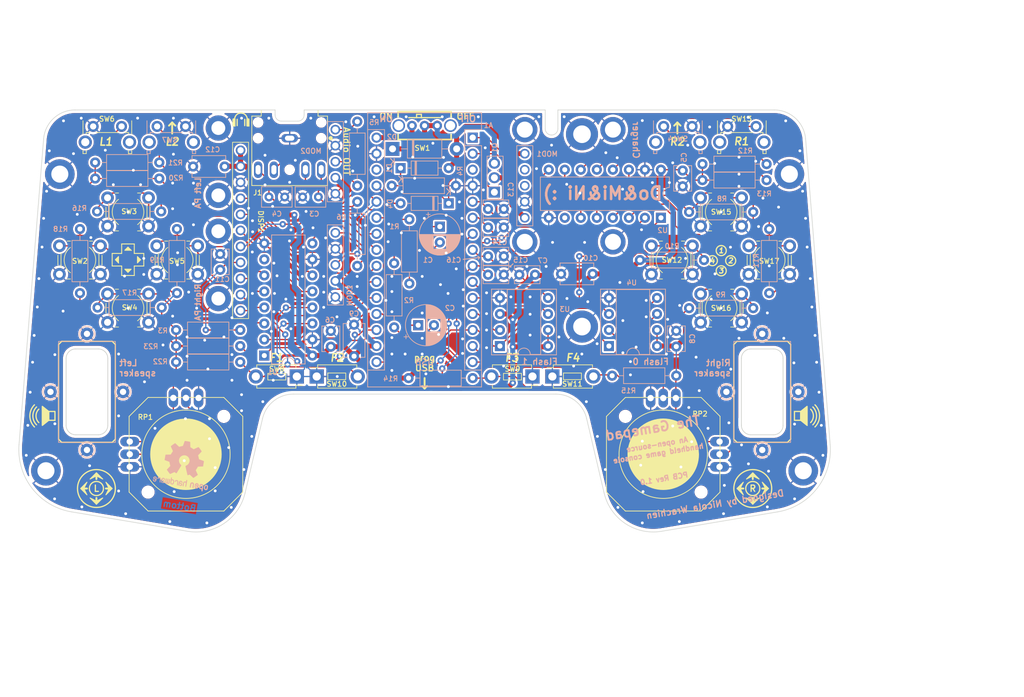
<source format=kicad_pcb>
(kicad_pcb (version 20240108) (generator "pcbnew") (generator_version "8.0")
  (layers (0 "F.Cu" signal) (31 "B.Cu" signal) (34 "B.Paste" user) (35 "F.Paste" user) (36 "B.SilkS" user "B.Silkscreen") (37 "F.SilkS" user "F.Silkscreen") (38 "B.Mask" user) (39 "F.Mask" user) (44 "Edge.Cuts" user))
  (net 0 "")
  (net 1 "+3V3")
  (net 2 "GND")
  (net 4 "Net-(A1A-+5V)")
  (net 5 "Net-(A1A-VIN)")
  (net 6 "Net-(C1-Pad2)")
  (net 8 "Net-(C2-Pad2)")
  (net 9 "/SR_D")
  (net 10 "Net-(C3-Pad1)")
  (net 11 "Net-(C4-Pad1)")
  (net 12 "Net-(DISP1-nRESET)")
  (net 13 "Net-(D1-K)")
  (net 14 "Net-(MOD1-VBAT)")
  (net 19 "Net-(J1-Pad4)")
  (net 20 "Net-(J1-Pad5)")
  (net 21 "Net-(MOD2-IN+)")
  (net 22 "Net-(MOD3-IN+)")
  (net 23 "/POT0X")
  (net 24 "/A_LEFT")
  (net 25 "/DISP_DC")
  (net 26 "/POT1Y")
  (net 27 "/DISP_MOSI")
  (net 28 "/A_RIGHT")
  (net 29 "/SR_CK")
  (net 30 "/SCK_1")
  (net 31 "/MISO_0")
  (net 32 "/SCK_0")
  (net 33 "/MOSI_1")
  (net 34 "/POT0Y")
  (net 35 "/DISP_SCK")
  (net 36 "/~{AUDIO_SD}")
  (net 37 "/MISO_1")
  (net 38 "/MOSI_0")
  (net 39 "Net-(D1-A)")
  (net 40 "/POT1X")
  (net 41 "/SD_MISO")
  (net 42 "/DISP_NCS")
  (net 43 "Net-(D2-K)")
  (net 44 "/SD_NCS")
  (net 45 "/K_L_TUP")
  (net 46 "/K_L_LEFT")
  (net 47 "/K_C0")
  (net 48 "/K_C1")
  (net 49 "/K_L_TDOWN")
  (net 50 "/K_L_RIGHT")
  (net 51 "/K_L_DOWN")
  (net 52 "/K_L_UP")
  (net 53 "/K_R_UP")
  (net 54 "/K_R_DOWN")
  (net 55 "/K_R_TUP")
  (net 56 "/K_R_RIGHT")
  (net 57 "/K_C2")
  (net 58 "/K_C3")
  (net 59 "/K_R_TDOWN")
  (net 60 "/K_R_LEFT")
  (net 61 "/FLASH_NCS")
  (net 62 "Net-(U1-Q7)")
  (net 63 "/BL")
  (footprint "DoomWSTK:OS102011MA1QN1" (layer "F.Cu") (at 0 -19.685)
    (property "Reference" "SW1")
    (property "Value" "OS102011MA1QN1" (hide yes))
  )
  (footprint "DoomWSTK:PTS636 SL43 LFS" (layer "F.Cu") (at 20.245 20.066)
    (property "Reference" "SW11")
    (property "Value" "SW_Push")
  )
  (footprint "DoomWSTK:Adafruit_PB_3983_SW6x6_DUALCASE" (layer "F.Cu") (at 46.99 9.235 90)
    (property "Reference" "SW16")
    (property "Value" "SW_Push")
  )
  (footprint "DoomWSTK:Adafruit4311" (layer "F.Cu") (at -31.7 -3.08 -90)
    (property "Reference" "DISP1")
    (property "Value" "Adafruit4311")
  )
  (footprint "DoomWSTK:PTS636 SL43 LFS" (layer "F.Cu") (at -20.245 20.066 180)
    (property "Reference" "SW8")
    (property "Value" "SW_Push")
  )
  (footprint "DoomWSTK:Adafruit_PB_3983_SW6x6_DUALCASE" (layer "F.Cu") (at -46.99 -6.005 90)
    (property "Reference" "SW3")
    (property "Value" "SW_Push")
  )
  (footprint "DoomWSTK:MountingHole_2.7mm_M2.5_Pad" (layer "F.Cu") (at -57.8 -12)
    (property "Reference" "H4" (hide yes))
    (property "Value" "V6516F")
  )
  (footprint "DoomWSTK:Adafruit_PB_3983_SW6x6_DUALCASE" (layer "F.Cu") (at 54.61 1.615 90)
    (property "Reference" "SW17")
    (property "Value" "SW_Push")
  )
  (footprint "DoomWSTK:MountingHole_2.7mm_M2.5_Pad" (layer "F.Cu") (at 57.8 -12)
    (property "Reference" "H1" (hide yes))
    (property "Value" "V6516F")
  )
  (footprint "DoomWSTK:SPEAKER_SYMBOL_4x4" (layer "F.Cu") (at 58.604564 26.307)
    (property "Reference" "REF**" (hide yes))
    (property "Value" "SPEAKER_SYMBOL_4x4")
  )
  (footprint "DoomWSTK:PTS636 SL43 LFS" (layer "F.Cu") (at -17.093 20.066)
    (property "Reference" "SW10")
    (property "Value" "SW_Push")
  )
  (footprint "DoomWSTK:OWS-091630W50A-8" (layer "F.Cu") (at 53.5 22.5 90)
    (property "Reference" "LS2" (hide yes))
    (property "Value" "Speaker")
    (fp_line (start -5.3 -3.3) (end 5.3 -3.3) (stroke (width 0.12)) (layer "Edge.Cuts"))
    (fp_line (start 6.8 -1.8) (end 6.8 1.8) (stroke (width 0.12)) (layer "Edge.Cuts"))
    (fp_line (start -6.8 1.8) (end -6.8 -1.8) (stroke (width 0.12)) (layer "Edge.Cuts"))
    (fp_line (start 5.3 3.3) (end -5.3 3.3) (stroke (width 0.12)) (layer "Edge.Cuts"))
    (fp_arc (start 5.3 -3.3) (mid 6.36066 -2.86066) (end 6.8 -1.8) (stroke (width 0.12)) (layer "Edge.Cuts"))
    (fp_arc (start -6.8 -1.8) (mid -6.36066 -2.86066) (end -5.3 -3.3) (stroke (width 0.12)) (layer "Edge.Cuts"))
    (fp_arc (start 6.8 1.8) (mid 6.36066 2.86066) (end 5.3 3.3) (stroke (width 0.12)) (layer "Edge.Cuts"))
    (fp_arc (start -5.3 3.3) (mid -6.36066 2.86066) (end -6.8 1.8) (stroke (width 0.12)) (layer "Edge.Cuts"))
  )
  (footprint "DoomWSTK:FSMRA2JH04" (layer "F.Cu") (at 50.267 -19.558)
    (property "Reference" "SW13")
    (property "Value" "SW_Push")
  )
  (footprint "DoomWSTK:PTS636 SL43 LFS" (layer "F.Cu") (at 17.093 20.066 180)
    (property "Reference" "SW9")
    (property "Value" "SW_Push")
  )
  (footprint "DoomWSTK:Adafruit_PB_3983_SW6x6_DUALCASE" (layer "F.Cu") (at -46.99 9.235 90)
    (property "Reference" "SW4")
    (property "Value" "SW_Push")
  )
  (footprint "DoomWSTK:OWS-091630W50A-8" (layer "F.Cu") (at -53.5 22.5 90)
    (property "Reference" "LS1" (hide yes))
    (property "Value" "Speaker")
    (fp_line (start -5.3 -3.3) (end 5.3 -3.3) (stroke (width 0.12)) (layer "Edge.Cuts"))
    (fp_line (start 6.8 -1.8) (end 6.8 1.8) (stroke (width 0.12)) (layer "Edge.Cuts"))
    (fp_line (start -6.8 1.8) (end -6.8 -1.8) (stroke (width 0.12)) (layer "Edge.Cuts"))
    (fp_line (start 5.3 3.3) (end -5.3 3.3) (stroke (width 0.12)) (layer "Edge.Cuts"))
    (fp_arc (start 5.3 -3.3) (mid 6.36066 -2.86066) (end 6.8 -1.8) (stroke (width 0.12)) (layer "Edge.Cuts"))
    (fp_arc (start -6.8 -1.8) (mid -6.36066 -2.86066) (end -5.3 -3.3) (stroke (width 0.12)) (layer "Edge.Cuts"))
    (fp_arc (start 6.8 1.8) (mid 6.36066 2.86066) (end 5.3 3.3) (stroke (width 0.12)) (layer "Edge.Cuts"))
    (fp_arc (start -5.3 3.3) (mid -6.36066 2.86066) (end -6.8 1.8) (stroke (width 0.12)) (layer "Edge.Cuts"))
  )
  (footprint "DoomWSTK:Adafruit_2765" (layer "F.Cu") (at -37.815 32.385 180)
    (property "Reference" "RP1")
    (property "Value" "Adafruit_2765")
  )
  (footprint "DoomWSTK:SPEAKER_SYMBOL_4x4" (layer "F.Cu") (at -58.570564 26.307 180)
    (property "Reference" "REF**" (hide yes))
    (property "Value" "SPEAKER_SYMBOL_4x4")
  )
  (footprint "DoomWSTK:MountingHole_2.7mm_M2.5_Pad" (layer "F.Cu") (at -60 35)
    (property "Reference" "H2" (hide yes))
    (property "Value" "V6516F")
  )
  (footprint "DoomWSTK:Adafruit_PB_3983_SW6x6_DUALCASE" (layer "F.Cu") (at 39.195 1.615 90)
    (property "Reference" "SW12")
    (property "Value" "SW_Push")
  )
  (footprint "DoomWSTK:Adafruit_2765" (layer "F.Cu") (at 37.815 32.385 90)
    (property "Reference" "RP2")
    (property "Value" "Adafruit_2765")
  )
  (footprint "DoomWSTK:Adafruit_PB_3983_SW6x6_DUALCASE" (layer "F.Cu") (at -54.61 1.615 90)
    (property "Reference" "SW2")
    (property "Value" "SW_Push")
  )
  (footprint "DoomWSTK:MountingHole_2.7mm_M2.5_Pad" (layer "F.Cu") (at 60 35)
    (property "Reference" "H3" (hide yes))
    (property "Value" "V6516F")
  )
  (footprint "DoomWSTK:CUI_SJ1-3525NG" (layer "F.Cu") (at -21.383 -17.693 -90)
    (property "Reference" "J1")
    (property "Value" "SJ1-3525NG")
  )
  (footprint "DoomWSTK:FSMRA2JH04" (layer "F.Cu") (at -50.267 -19.558)
    (property "Reference" "SW6")
    (property "Value" "SW_Push")
  )
  (footprint "DoomWSTK:Adafruit_PB_3983_SW6x6_DUALCASE" (layer "F.Cu") (at 46.99 -6.005 90)
    (property "Reference" "SW15")
    (property "Value" "SW_Push")
  )
  (footprint "DoomWSTK:Adafruit_PB_3983_SW6x6_DUALCASE" (layer "F.Cu") (at -39.195 1.615 90)
    (property "Reference" "SW5")
    (property "Value" "SW_Push")
  )
  (footprint "Capacitor_THT:CP_Radial_D6.3mm_P2.50mm" (layer "B.Cu") (at 2.413 -3.683 -90)
    (property "Reference" "C1")
    (property "Value" "100u")
  )
  (footprint "Capacitor_THT:C_Disc_D3.8mm_W2.6mm_P2.50mm" (layer "B.Cu") (at 10.053 -3.556)
    (property "Reference" "C14")
    (property "Value" "100n")
  )
  (footprint "DoomWSTK:R_Axial_DIN0207_L6.3mm_D2.5mm_P10.16mm_Horizontal_ExactSilkScreen" (layer "B.Cu") (at -29.21 17.78 180)
    (property "Reference" "R22")
    (property "Value" "10k")
  )
  (footprint "Diode_THT:D_DO-35_SOD27_P7.62mm_Horizontal" (layer "B.Cu") (at -3.81 -12.954)
    (property "Reference" "D1")
    (property "Value" "BAT43")
  )
  (footprint "Capacitor_THT:C_Disc_D3.8mm_W2.6mm_P2.50mm" (layer "B.Cu") (at 10.053 -6.477)
    (property "Reference" "C13")
    (property "Value" "100n")
  )
  (footprint "DoomWSTK:R_Axial_DIN0207_L6.3mm_D2.5mm_P10.16mm_Horizontal_ExactSilkScreen" (layer "B.Cu") (at -42.037 -11.303 180)
    (property "Reference" "R20")
    (property "Value" "10k")
  )
  (footprint "TestPoint:TestPoint_THTPad_D2.0mm_Drill1.0mm" (layer "B.Cu") (at 47.817 22.5 180)
    (property "Reference" "H48" (hide yes))
    (property "Value" "MountingHole_Pad")
  )
  (footprint "DoomWSTK:R_Axial_DIN0207_L6.3mm_D2.5mm_P10.16mm_Horizontal_ExactSilkScreen" (layer "B.Cu") (at 44.275 1.615 180)
    (property "Reference" "R10")
    (property "Value" "10k")
  )
  (footprint "DoomWSTK:Adafruit-2130" (layer "B.Cu") (at -23.158 2.385 180)
    (property "Reference" "MOD3")
    (property "Value" "~")
  )
  (footprint "Diode_THT:D_DO-35_SOD27_P7.62mm_Horizontal" (layer "B.Cu") (at 3.81 -7.366 180)
    (property "Reference" "D4")
    (property "Value" "BAT43")
  )
  (footprint "Capacitor_THT:C_Disc_D5.1mm_W3.2mm_P5.00mm" (layer "B.Cu") (at 26.63 3.81 180)
    (property "Reference" "C10")
    (property "Value" "10u")
  )
  (footprint "TestPoint:TestPoint_THTPad_D2.0mm_Drill1.0mm" (layer "B.Cu") (at 53.5 31.707 180)
    (property "Reference" "H50" (hide yes))
    (property "Value" "MountingHole_Pad")
  )
  (footprint "Capacitor_THT:CP_Radial_D6.3mm_P2.50mm" (layer "B.Cu") (at -1.016 11.938)
    (property "Reference" "C2")
    (property "Value" "100u")
  )
  (footprint "DoomWSTK:R_Axial_DIN0207_L6.3mm_D2.5mm_P10.16mm_Horizontal_ExactSilkScreen" (layer "B.Cu") (at -29.21 12.7 180)
    (property "Reference" "R3")
    (property "Value" "10k")
  )
  (footprint "TestPoint:TestPoint_THTPad_D2.0mm_Drill1.0mm" (layer "B.Cu") (at -59.283 22.5 180)
    (property "Reference" "H45" (hide yes))
    (property "Value" "MountingHole_Pad")
  )
  (footprint "Capacitor_THT:C_Disc_D3.8mm_W2.6mm_P2.50mm" (layer "B.Cu") (at 10.053 3.937)
    (property "Reference" "C15")
    (property "Value" "100n")
  )
  (footprint "Package_DIP:DIP-16_W7.62mm" (layer "B.Cu") (at -25.4 16.749)
    (property "Reference" "U1")
    (property "Value" "74HC165")
  )
  (footprint "DoomWSTK:Arduino_Nano_Matter_WithMountingHoles_TP" (layer "B.Cu") (at 7.62 -17.78 180)
    (property "Reference" "A1")
    (property "Value" "Arduino_Nano_Matter_swdio_pins")
  )
  (footprint "DoomWSTK:R_Axial_DIN0207_L6.3mm_D2.5mm_P10.16mm_Horizontal_ExactSilkScreen" (layer "B.Cu") (at 52.07 9.235 180)
    (property "Reference" "R9")
    (property "Value" "10k")
  )
  (footprint "Capacitor_THT:C_Disc_D3.8mm_W2.6mm_P2.50mm" (layer "B.Cu") (at 10.053 1.016)
    (property "Reference" "C16")
    (property "Value" "100n")
  )
  (footprint "Capacitor_THT:C_Rect_L4.6mm_W3.0mm_P2.50mm_MKS02_FKP02" (layer "B.Cu") (at -24.665 -8.382)
    (property "Reference" "C4")
    (property "Value" "47n")
  )
  (footprint "TestPoint:TestPoint_THTPad_D2.0mm_Drill1.0mm" (layer "B.Cu") (at 59.217 22.5 180)
    (property "Reference" "H44" (hide yes))
    (property "Value" "MountingHole_Pad")
  )
  (footprint "Package_DIP:DIP-16_W7.62mm" (layer "B.Cu") (at 37.45 -5.08 90)
    (property "Reference" "U2")
    (property "Value" "74HC165")
  )
  (footprint "DoomWSTK:R_Axial_DIN0207_L6.3mm_D2.5mm_P10.16mm_Horizontal_ExactSilkScreen" (layer "B.Cu") (at -10.668 -20.32 -90)
    (property "Reference" "R5")
    (property "Value" "10k")
  )
  (footprint "DoomWSTK:R_Axial_DIN0207_L6.3mm_D2.5mm_P10.16mm_Horizontal_ExactSilkScreen" (layer "B.Cu") (at -29.21 15.24 180)
    (property "Reference" "R23")
    (property "Value" "10k")
  )
  (footprint "DoomWSTK:R_Axial_DIN0207_L6.3mm_D2.5mm_P10.16mm_Horizontal_ExactSilkScreen" (layer "B.Cu") (at 29.718 19.939)
    (property "Reference" "R15")
    (property "Value" "10k")
  )
  (footprint "DoomWSTK:R_Axial_DIN0207_L6.3mm_D2.5mm_P10.16mm_Horizontal_ExactSilkScreen" (layer "B.Cu") (at -4.826 12.279 90)
    (property "Reference" "R2")
    (property "Value" "330")
  )
  (footprint "DoomWSTK:R_Axial_DIN0207_L6.3mm_D2.5mm_P10.16mm_Horizontal_ExactSilkScreen" (layer "B.Cu") (at 54.61 -3.302 -90)
    (property "Reference" "R11")
    (property "Value" "10k")
  )
  (footprint "DoomWSTK:R_Axial_DIN0207_L6.3mm_D2.5mm_P10.16mm_Horizontal_ExactSilkScreen" (layer "B.Cu") (at 54.187 -13.589 180)
    (property "Reference" "R12")
    (property "Value" "10k")
  )
  (footprint "TestPoint:TestPoint_THTPad_D2.0mm_Drill1.0mm" (layer "B.Cu") (at 53.5 13.307 180)
    (property "Reference" "H46" (hide yes))
    (property "Value" "MountingHole_Pad")
  )
  (footprint "Capacitor_THT:C_Disc_D3.8mm_W2.6mm_P2.50mm" (layer "B.Cu") (at 39.878 15.327 90)
    (property "Reference" "C8")
    (property "Value" "100n")
  )
  (footprint "DoomWSTK:FSMRA2JH04" (layer "B.Cu") (at 40.132 -19.558 180)
    (property "Reference" "SW14")
    (property "Value" "SW_Push")
  )
  (footprint "DoomWSTK:Adafruit-2130" (layer "B.Cu") (at -23.158 -13.97 180)
    (property "Reference" "MOD2")
    (property "Value" "~")
  )
  (footprint "Capacitor_THT:C_Rect_L4.6mm_W3.0mm_P2.50mm_MKS02_FKP02" (layer "B.Cu") (at -16.831 -8.382 180)
    (property "Reference" "C3")
    (property "Value" "47n")
  )
  (footprint "DoomWSTK:R_Axial_DIN0207_L6.3mm_D2.5mm_P10.16mm_Horizontal_ExactSilkScreen" (layer "B.Cu") (at 41.91 -6.005)
    (property "Reference" "R8")
    (property "Value" "10k")
  )
  (footprint "DoomWSTK:R_Axial_DIN0207_L6.3mm_D2.5mm_P10.16mm_Horizontal_ExactSilkScreen" (layer "B.Cu") (at 54.187 -11.049 180)
    (property "Reference" "R13")
    (property "Value" "10k")
  )
  (footprint "TestPoint:TestPoint_THTPad_D2.0mm_Drill1.0mm" (layer "B.Cu") (at -53.5 31.707 180)
    (property "Reference" "H47" (hide yes))
    (property "Value" "MountingHole_Pad")
  )
  (footprint "DoomWSTK:R_Axial_DIN0207_L6.3mm_D2.5mm_P10.16mm_Horizontal_ExactSilkScreen" (layer "B.Cu") (at -54.61 -3.302 -90)
    (property "Reference" "R18")
    (property "Value" "10k")
  )
  (footprint "DoomWSTK:ADAFRUIT_QSPI8_DIP" (layer "B.Cu") (at 29.21 15.24)
    (property "Reference" "U4")
    (property "Value" "W25Q64")
  )
  (footprint "DoomWSTK:R_Axial_DIN0207_L6.3mm_D2.5mm_P10.16mm_Horizontal_ExactSilkScreen" (layer "B.Cu") (at -10.668 2.54 90)
    (property "Reference" "R6")
    (property "Value" "10k")
  )
  (footprint "DoomWSTK:R_Axial_DIN0207_L6.3mm_D2.5mm_P10.16mm_Horizontal_ExactSilkScreen" (layer "B.Cu") (at -5.213 -10.16)
    (property "Reference" "R4")
    (property "Value" "10k")
  )
  (footprint "Diode_THT:D_DO-41_SOD81_P10.16mm_Horizontal" (layer "B.Cu") (at -5.08 -16.002)
    (property "Reference" "D2")
    (property "Value" "1N5817")
  )
  (footprint "Capacitor_THT:C_Disc_D3.8mm_W2.6mm_P2.50mm" (layer "B.Cu") (at -14.859 15.347 90)
    (property "Reference" "C6")
    (property "Value" "100n")
  )
  (footprint "TestPoint:TestPoint_THTPad_D2.0mm_Drill1.0mm" (layer "B.Cu") (at -47.783 22.5 180)
    (property "Reference" "H49" (hide yes))
    (property "Value" "MountingHole_Pad")
  )
  (footprint "Capacitor_THT:C_Disc_D5.1mm_W3.2mm_P5.00mm" (layer "B.Cu") (at -11.176 16.851 90)
    (property "Reference" "C9")
    (property "Value" "10u")
  )
  (footprint "Capacitor_THT:C_Disc_D5.1mm_W3.2mm_P5.00mm" (layer "B.Cu") (at -31.683 -13.208 180)
    (property "Reference" "C12")
    (property "Value" "10u")
  )
  (footprint "DoomWSTK:R_Axial_DIN0207_L6.3mm_D2.5mm_P10.16mm_Horizontal_ExactSilkScreen" (layer "B.Cu") (at -51.895 -6.085)
    (property "Reference" "R16")
    (property "Value" "10k")
  )
  (footprint "Capacitor_THT:C_Disc_D3.8mm_W2.6mm_P2.50mm" (layer "B.Cu") (at -32.385 3.155 90)
    (property "Reference" "C11")
    (property "Value" "100n")
  )
  (footprint "DoomWSTK:R_Axial_DIN0207_L6.3mm_D2.5mm_P10.16mm_Horizontal_ExactSilkScreen" (layer "B.Cu") (at -51.816 9.144)
    (property "Reference" "R17")
    (property "Value" "10k")
  )
  (footprint "DoomWSTK:R_Axial_DIN0207_L6.3mm_D2.5mm_P10.16mm_Horizontal_ExactSilkScreen" (layer "B.Cu") (at -42.037 -13.843 180)
    (property "Reference" "R21")
    (property "Value" "10k")
  )
  (footprint "DoomWSTK:ADAFRUIT_4410" (layer "B.Cu") (at 22.86 -10.16 -90)
    (property "Reference" "MOD1")
    (property "Value" "~")
  )
  (footprint "Capacitor_THT:C_Disc_D3.8mm_W2.6mm_P2.50mm" (layer "B.Cu") (at 40.894 -12.573 -90)
    (property "Reference" "C5")
    (property "Value" "100n")
  )
  (footprint "Symbol:OSHW-Logo2_9.8x8mm_SilkScreen" (layer "B.Cu") (at -38.183 34.007 170.5)
    (property "Reference" "SYM1" (hide yes))
    (property "Value" "Logo_Open_Hardware_Large" (hide yes))
  )
  (footprint "DoomWSTK:ADAFRUIT_QSPI8_DIP" (layer "B.Cu") (at 11.938 15.24)
    (property "Reference" "U3")
    (property "Value" "W25Q64")
  )
  (footprint "Capacitor_THT:C_Disc_D3.8mm_W2.6mm_P2.50mm" (layer "B.Cu") (at 17.506 3.937 180)
    (property "Reference" "C7")
    (property "Value" "100n")
  )
  (footprint "DoomWSTK:R_Axial_DIN0207_L6.3mm_D2.5mm_P10.16mm_Horizontal_ExactSilkScreen" (layer "B.Cu") (at -39.243 -3.302 -90)
    (property "Reference" "R19")
    (property "Value" "10k")
  )
  (footprint "Package_TO_SOT_THT:TO-251-3_Vertical" (layer "B.Cu") (at 11.056 -9.14 90)
    (property "Reference" "Q1")
    (property "Value" "TSM480P06CH X0G")
  )
  (footprint "TestPoint:TestPoint_THTPad_D2.0mm_Drill1.0mm" (layer "B.Cu") (at -53.5 13.307 180)
    (property "Reference" "H43" (hide yes))
    (property "Value" "MountingHole_Pad")
  )
  (footprint "DoomWSTK:R_Axial_DIN0207_L6.3mm_D2.5mm_P10.16mm_Horizontal_ExactSilkScreen" (layer "B.Cu") (at 7.62 20.32 180)
    (property "Reference" "R14")
    (property "Value" "10k")
  )
  (footprint "DoomWSTK:R_Axial_DIN0207_L6.3mm_D2.5mm_P10.16mm_Horizontal_ExactSilkScreen" (layer "B.Cu") (at -2.413 5.334 90)
    (property "Reference" "R1")
    (property "Value" "330")
  )
  (footprint "DoomWSTK:FSMRA2JH04" (layer "B.Cu") (at -40.132 -19.558 180)
    (property "Reference" "SW7")
    (property "Value" "SW_Push")
  )
  (gr_line (start 14.017 2.207) (end 13.517 2.707) (stroke (width 0.15)) (layer "B.SilkS"))
  (gr_line (start 6.117 1.507) (end 8.717 1.207) (stroke (width 0.15)) (layer "B.SilkS"))
  (gr_line (start 13.517 2.707) (end 13.517 2.507) (stroke (width 0.15)) (layer "B.SilkS"))
  (gr_line (start 8.717 1.207) (end 8.417 1.007) (stroke (width 0.15)) (layer "B.SilkS"))
  (gr_line (start 8.717 1.207) (end 8.517 1.507) (stroke (width 0.15)) (layer "B.SilkS"))
  (gr_line (start 13.517 2.507) (end 13.517 2.707) (stroke (width 0.15)) (layer "B.SilkS"))
  (gr_line (start 13.517 2.707) (end 13.717 2.707) (stroke (width 0.15)) (layer "B.SilkS"))
  (gr_circle (center -52 37.815) (end -49 37.815) (stroke (width 0.2)) (fill none) (layer "F.SilkS"))
  (gr_line (start 0 20.32) (end 0 21.971) (stroke (width 0.3)) (layer "F.SilkS"))
  (gr_line (start -28.1 -20.685) (end -28.1 -19.685) (stroke (width 0.2)) (layer "F.SilkS"))
  (gr_poly (pts (xy 53 39.315) (xy 52 40.315) (xy 51 39.315) (xy 52 39.815)) (stroke (width 0.15)) (fill solid) (layer "F.SilkS"))
  (gr_poly (pts (xy 51 36.315) (xy 52 35.315) (xy 53 36.315) (xy 52 35.815)) (stroke (width 0.15)) (fill solid) (layer "F.SilkS"))
  (gr_poly (pts (xy -53.5 38.815) (xy -54.5 37.815) (xy -53.5 36.815) (xy -54 37.815)) (stroke (width 0.15)) (fill solid) (layer "F.SilkS"))
  (gr_line (start -52 35.815) (end -52 36.315) (stroke (width 0.3)) (layer "F.SilkS"))
  (gr_line (start -48 -0.935) (end -46 -0.935) (stroke (width 0.15)) (layer "F.SilkS"))
  (gr_line (start -29.7 -20.685) (end -29.7 -19.685) (stroke (width 0.2)) (layer "F.SilkS"))
  (gr_circle (center -52 37.815) (end -50.881966 37.815) (stroke (width 0.2)) (fill none) (layer "F.SilkS"))
  (gr_line (start 40.05 -20.185) (end 39.55 -19.685) (stroke (width 0.3)) (layer "F.SilkS"))
  (gr_poly (pts (xy 50.5 38.815) (xy 49.5 37.815) (xy 50.5 36.815) (xy 50 37.815)) (stroke (width 0.15)) (fill solid) (layer "F.SilkS"))
  (gr_circle (center 48.5 1.715) (end 49.3 1.715) (stroke (width 0.2)) (fill none) (layer "F.SilkS"))
  (gr_line (start -48 0.565) (end -48 -0.935) (stroke (width 0.15)) (layer "F.SilkS"))
  (gr_line (start -50 37.815) (end -50.5 37.815) (stroke (width 0.3)) (layer "F.SilkS"))
  (gr_line (start -30.1 -20.685) (end -30.1 -19.685) (stroke (width 0.2)) (layer "F.SilkS"))
  (gr_poly (pts (xy -49 1.565) (xy -48.5 1.065) (xy -48.5 2.065)) (stroke (width 0.15)) (fill solid) (layer "F.SilkS"))
  (gr_circle (center 47 0.115) (end 47.8 0.115) (stroke (width 0.2)) (fill none) (layer "F.SilkS"))
  (gr_line (start -52 39.815) (end -52 39.315) (stroke (width 0.3)) (layer "F.SilkS"))
  (gr_line (start -40 -20.185) (end -40.5 -19.685) (stroke (width 0.3)) (layer "F.SilkS"))
  (gr_line (start 52 35.815) (end 52 36.315) (stroke (width 0.3)) (layer "F.SilkS"))
  (gr_poly (pts (xy -47.5 0.065) (xy -47 -0.435) (xy -46.5 0.065)) (stroke (width 0.15)) (fill solid) (layer "F.SilkS"))
  (gr_line (start 54 37.815) (end 53.5 37.815) (stroke (width 0.3)) (layer "F.SilkS"))
  (gr_line (start -49.5 2.565) (end -49.5 0.565) (stroke (width 0.15)) (layer "F.SilkS"))
  (gr_arc (start -30.1 -20.685) (mid -29.1 -21.685) (end -28.1 -20.685) (stroke (width 0.2)) (layer "F.SilkS"))
  (gr_line (start -40 -18.435) (end -40 -20.185) (stroke (width 0.3)) (layer "F.SilkS"))
  (gr_poly (pts (xy -27.9 -20.685) (xy -28.1 -20.685) (xy -28.1 -19.685) (xy -27.9 -19.685)) (stroke (width 0.3)) (fill solid) (layer "F.SilkS"))
  (gr_circle (center 52 37.815) (end 53.118034 37.815) (stroke (width 0.2)) (fill none) (layer "F.SilkS"))
  (gr_line (start -46 4.065) (end -48 4.065) (stroke (width 0.15)) (layer "F.SilkS"))
  (gr_arc (start 45.1104 1.0922) (mid 46.390336 1.769359) (end 45.02974 2.264901) (stroke (width 0.2)) (layer "F.SilkS"))
  (gr_poly (pts (xy -53 36.315) (xy -52 35.315) (xy -51 36.315) (xy -52 35.815)) (stroke (width 0.15)) (fill solid) (layer "F.SilkS"))
  (gr_line (start -0.381 21.59) (end 0 21.971) (stroke (width 0.15)) (layer "F.SilkS"))
  (gr_line (start -44.5 2.565) (end -46 2.565) (stroke (width 0.15)) (layer "F.SilkS"))
  (gr_line (start -46 2.565) (end -46 4.065) (stroke (width 0.15)) (layer "F.SilkS"))
  (gr_line (start 50 37.815) (end 50.5 37.815) (stroke (width 0.3)) (layer "F.SilkS"))
  (gr_circle (center 52 37.815) (end 55 37.815) (stroke (width 0.2)) (fill none) (layer "F.SilkS"))
  (gr_line (start 40.05 -18.435) (end 40.05 -20.185) (stroke (width 0.3)) (layer "F.SilkS"))
  (gr_poly (pts (xy -45.5 1.065) (xy -45.5 2.065) (xy -45 1.565)) (stroke (width 0.15)) (fill solid) (layer "F.SilkS"))
  (gr_line (start -40 -20.185) (end -39.5 -19.685) (stroke (width 0.3)) (layer "F.SilkS"))
  (gr_circle (center 47 3.315) (end 47.8 3.315) (stroke (width 0.2)) (fill none) (layer "F.SilkS"))
  (gr_poly (pts (xy -30.1 -20.685) (xy -30.3 -20.685) (xy -30.3 -19.685) (xy -30.1 -19.685)) (stroke (width 0.3)) (fill solid) (layer "F.SilkS"))
  (gr_line (start 40.05 -20.185) (end 40.55 -19.685) (stroke (width 0.3)) (layer "F.SilkS"))
  (gr_line (start -49.5 0.565) (end -48 0.565) (stroke (width 0.15)) (layer "F.SilkS"))
  (gr_line (start 0 21.971) (end -0.381 21.59) (stroke (width 0.3)) (layer "F.SilkS"))
  (gr_poly (pts (xy -51 39.315) (xy -52 40.315) (xy -53 39.315) (xy -52 39.815)) (stroke (width 0.15)) (fill solid) (layer "F.SilkS"))
  (gr_line (start -46 0.565) (end -44.5 0.565) (stroke (width 0.15)) (layer "F.SilkS"))
  (gr_line (start -48 2.565) (end -49.5 2.565) (stroke (width 0.15)) (layer "F.SilkS"))
  (gr_line (start -28.5 -20.685) (end -28.5 -19.685) (stroke (width 0.2)) (layer "F.SilkS"))
  (gr_line (start -46 -0.935) (end -46 0.565) (stroke (width 0.15)) (layer "F.SilkS"))
  (gr_poly (pts (xy -47.5 3.065) (xy -47 3.565) (xy -46.5 3.065)) (stroke (width 0.15)) (fill solid) (layer "F.SilkS"))
  (gr_line (start 52 39.815) (end 52 39.315) (stroke (width 0.3)) (layer "F.SilkS"))
  (gr_line (start -48 4.065) (end -48 2.565) (stroke (width 0.15)) (layer "F.SilkS"))
  (gr_line (start 0 21.971) (end 0.381 21.59) (stroke (width 0.3)) (layer "F.SilkS"))
  (gr_poly (pts (xy 53.5 36.815) (xy 54.5 37.815) (xy 53.5 38.815) (xy 54 37.815)) (stroke (width 0.15)) (fill solid) (layer "F.SilkS"))
  (gr_poly (pts (xy -50.5 36.815) (xy -49.5 37.815) (xy -50.5 38.815) (xy -50 37.815)) (stroke (width 0.15)) (fill solid) (layer "F.SilkS"))
  (gr_line (start -54 37.815) (end -53.5 37.815) (stroke (width 0.3)) (layer "F.SilkS"))
  (gr_line (start -44.5 0.565) (end -44.5 2.565) (stroke (width 0.15)) (layer "F.SilkS"))
  (gr_line (start 28.445809 38.531582) (end 25.670841 26.716752) (stroke (width 0.1)) (layer "Edge.Cuts"))
  (gr_line (start 20.803297 22.86) (end -20.803297 22.86) (stroke (width 0.1)) (layer "Edge.Cuts"))
  (gr_line (start -23.683 -22.17) (end -23.683 -21.393) (stroke (width 0.1)) (layer "Edge.Cuts"))
  (gr_line (start 21.117 -22.17) (end 55.385979 -22.17) (stroke (width 0.1)) (layer "Edge.Cuts"))
  (gr_arc (start -19.083 -21.393) (mid -19.375893 -20.685893) (end -20.083 -20.393) (stroke (width 0.1)) (layer "Edge.Cuts"))
  (gr_arc (start -25.670841 26.716752) (mid -23.908435 23.941056) (end -20.803297 22.86) (stroke (width 0.1)) (layer "Edge.Cuts"))
  (gr_arc (start 20.117 -18.193) (mid 19.409893 -18.485893) (end 19.117 -19.193) (stroke (width 0.1)) (layer "Edge.Cuts"))
  (gr_arc (start 20.803297 22.86) (mid 23.908435 23.941056) (end 25.670841 26.716752) (stroke (width 0.1)) (layer "Edge.Cuts"))
  (gr_arc (start -22.683 -20.393) (mid -23.390107 -20.685893) (end -23.683 -21.393) (stroke (width 0.1)) (layer "Edge.Cuts"))
  (gr_line (start -19.083 -21.393) (end -19.083 -22.17) (stroke (width 0.1)) (layer "Edge.Cuts"))
  (gr_line (start 21.117 -19.193) (end 21.117 -22.17) (stroke (width 0.1)) (layer "Edge.Cuts"))
  (gr_arc (start 64.264148 30.850414) (mid 62.181688 37.801962) (end 55.946749 41.514938) (stroke (width 0.1)) (layer "Edge.Cuts"))
  (gr_line (start -25.670841 26.716752) (end -28.445768 38.531409) (stroke (width 0.1)) (layer "Edge.Cuts"))
  (gr_line (start 55.946749 41.514938) (end 37.554212 44.592679) (stroke (width 0.1)) (layer "Edge.Cuts"))
  (gr_arc (start 37.554212 44.592679) (mid 31.801936 43.362556) (end 28.445809 38.531582) (stroke (width 0.1)) (layer "Edge.Cuts"))
  (gr_line (start 60.369887 -17.570829) (end 64.264148 30.850414) (stroke (width 0.1)) (layer "Edge.Cuts"))
  (gr_line (start -19.083 -22.17) (end 19.117 -22.17) (stroke (width 0.1)) (layer "Edge.Cuts"))
  (gr_line (start -37.554122 44.592513) (end -55.946681 41.51489) (stroke (width 0.1)) (layer "Edge.Cuts"))
  (gr_arc (start 21.117 -19.193) (mid 20.824107 -18.485893) (end 20.117 -18.193) (stroke (width 0.1)) (layer "Edge.Cuts"))
  (gr_arc (start -60.369887 -17.570829) (mid -58.776838 -20.844516) (end -55.385979 -22.17) (stroke (width 0.1)) (layer "Edge.Cuts"))
  (gr_arc (start -55.946681 41.51489) (mid -62.181665 37.801929) (end -64.264143 30.850355) (stroke (width 0.1)) (layer "Edge.Cuts"))
  (gr_arc (start 55.385979 -22.17) (mid 58.776838 -20.844517) (end 60.369887 -17.570829) (stroke (width 0.1)) (layer "Edge.Cuts"))
  (gr_line (start 19.117 -22.17) (end 19.117 -19.193) (stroke (width 0.1)) (layer "Edge.Cuts"))
  (gr_arc (start -28.445768 38.531409) (mid -31.801874 43.362368) (end -37.554122 44.592513) (stroke (width 0.1)) (layer "Edge.Cuts"))
  (gr_line (start -64.264143 30.850355) (end -60.369887 -17.570829) (stroke (width 0.1)) (layer "Edge.Cuts"))
  (gr_line (start -22.683 -20.393) (end -20.083 -20.393) (stroke (width 0.1)) (layer "Edge.Cuts"))
  (gr_line (start -55.385979 -22.17) (end -23.683 -22.17) (stroke (width 0.1)) (layer "Edge.Cuts"))
  (gr_text "Top" (at -40.2 36.215 350.5) (layer "F.Cu") (effects (font (size 1 1) (thickness 0.2) (bold yes)) (justify left bottom)))
  (gr_text "Bottom" (at -36.2 41.615 350.5) (layer "B.Cu") (effects (font (size 1 1) (thickness 0.2) (bold yes)) (justify left bottom mirror)))
  (gr_text "Left\nspeaker" (at -48.483 20.107 0) (layer "B.SilkS") (effects (font (size 1 1) (thickness 0.2)) (justify right bottom mirror)))
  (gr_text "Designed by Nicola Wrachien" (at 46.117 40.907 9.5) (layer "B.SilkS") (effects (font (size 1 1) (thickness 0.2) (bold yes)) (justify bottom mirror)))
  (gr_text "handheld game console" (at 37.117 32.707 9.5) (layer "B.SilkS") (effects (font (size 0.8 0.8) (thickness 0.2) (bold yes)) (justify bottom mirror)))
  (gr_text "Charger" (at 32.917 -17.393 -90) (layer "B.SilkS") (effects (font (size 1 1) (thickness 0.2) (bold yes)) (justify bottom mirror)))
  (gr_text "ON" (at -6.096 -20.193 0) (layer "B.SilkS") (effects (font (size 1 1) (thickness 0.2)) (justify bottom mirror)))
  (gr_text "Do&Mi&Ni :)" (at 28.217 -7.793 0) (layer "B.SilkS") (effects (font (size 2 2) (thickness 0.4) (bold yes)) (justify bottom mirror)))
  (gr_text "Flash 0" (at 35.817 18.307 0) (layer "B.SilkS") (effects (font (size 1 1) (thickness 0.2) (bold yes)) (justify bottom mirror)))
  (gr_text "OFF" (at 6.731 -20.193 0) (layer "B.SilkS") (effects (font (size 1 1) (thickness 0.2)) (justify bottom mirror)))
  (gr_text "An open-source" (at 36.917 31.307 9.5) (layer "B.SilkS") (effects (font (size 0.8 0.8) (thickness 0.2) (bold yes)) (justify bottom mirror)))
  (gr_text "Flash 1" (at 18.217 18.307 0) (layer "B.SilkS") (effects (font (size 1 1) (thickness 0.2) (bold yes)) (justify bottom mirror)))
  (gr_text "PCB Rev 1.0" (at 38.017 36.707 9.5) (layer "B.SilkS") (effects (font (size 0.8 0.8) (thickness 0.2) (bold yes)) (justify bottom mirror)))
  (gr_text "Left PA" (at -35.383 -8.993 90) (layer "B.SilkS") (effects (font (size 0.9 0.9) (thickness 0.2) (bold yes)) (justify bottom mirror)))
  (gr_text "Right PA" (at -35.383 8.307 90) (layer "B.SilkS") (effects (font (size 0.9 0.9) (thickness 0.2) (bold yes)) (justify bottom mirror)))
  (gr_text "The Gamepad" (at 36.317 29.107 9.5) (layer "B.SilkS") (effects (font (size 1.5 1.5) (thickness 0.3) (bold yes)) (justify bottom mirror)))
  (gr_text "Right\nspeaker" (at 48.617 20.107 0) (layer "B.SilkS") (effects (font (size 1 1) (thickness 0.2)) (justify left bottom mirror)))
  (gr_text "L1" (at -50.5 -16.435 0) (layer "F.SilkS") (effects (font (size 1.2 1.2) (thickness 0.24) (bold yes) (italic yes)) (justify bottom)))
  (gr_text "prog\nUSB" (at 0 19.304 0) (layer "F.SilkS") (effects (font (size 1 1) (thickness 0.2)) (justify bottom)))
  (gr_text "3" (at 47 3.315 0) (layer "F.SilkS") (effects (font (size 0.8 0.8) (thickness 0.2) (bold yes) (italic yes))))
  (gr_text "F4" (at 23.495 17.807 0) (layer "F.SilkS") (effects (font (size 1.2 1.2) (thickness 0.24) (bold yes) (italic yes)) (justify bottom)))
  (gr_text "L" (at -52 37.815 0) (layer "F.SilkS") (effects (font (size 1 1) (thickness 0.2) (bold yes))))
  (gr_text "R2" (at 40.05 -16.435 0) (layer "F.SilkS") (effects (font (size 1.2 1.2) (thickness 0.24) (bold yes) (italic yes)) (justify bottom)))
  (gr_text "OFF" (at 6.477 -20.574 0) (layer "F.SilkS") (effects (font (size 1 1) (thickness 0.2)) (justify bottom)))
  (gr_text "F3" (at 13.843 17.807 0) (layer "F.SilkS") (effects (font (size 1.2 1.2) (thickness 0.24) (bold yes) (italic yes)) (justify bottom)))
  (gr_text "Audio OUT" (at -12.954 -15.621 -90) (layer "F.SilkS") (effects (font (size 1 1) (thickness 0.2)) (justify bottom)))
  (gr_text "F1" (at -23.495 17.807 0) (layer "F.SilkS") (effects (font (size 1.2 1.2) (thickness 0.24) (bold yes) (italic yes)) (justify bottom)))
  (gr_text "4" (at 45.6 1.714999 0) (layer "F.SilkS") (effects (font (size 0.8 0.8) (thickness 0.2) (bold yes) (italic yes))))
  (gr_text "ON" (at -6.096 -20.574 0) (layer "F.SilkS") (effects (font (size 1 1) (thickness 0.2)) (justify bottom)))
  (gr_text "R" (at 52 37.815 0) (layer "F.SilkS") (effects (font (size 1 1) (thickness 0.2) (bold yes))))
  (gr_text "L2" (at -40 -16.435 0) (layer "F.SilkS") (effects (font (size 1.2 1.2) (thickness 0.24) (bold yes) (italic yes)) (justify bottom)))
  (gr_text "F2" (at -13.843 17.807 0) (layer "F.SilkS") (effects (font (size 1.2 1.2) (thickness 0.24) (bold yes) (italic yes)) (justify bottom)))
  (gr_text "2" (at 48.5 1.715 0) (layer "F.SilkS") (effects (font (size 0.8 0.8) (thickness 0.2) (bold yes) (italic yes))))
  (gr_text "1" (at 47 0.115 0) (layer "F.SilkS") (effects (font (size 0.8 0.8) (thickness 0.2) (bold yes) (italic yes))))
  (gr_text "R1" (at 50.2 -16.485 0) (layer "F.SilkS") (effects (font (size 1.2 1.2) (thickness 0.24) (bold yes) (italic yes)) (justify bottom)))
  (segment (start -28.067 13.97) (end -27.178 14.859) (width 0.381) (layer "F.Cu") (net 1))
  (segment (start -39.815 28.512) (end -39.815 23.465) (width 0.2) (layer "F.Cu") (net 1))
  (segment (start -46.715 30.385) (end -41.688 30.385) (width 0.2) (layer "F.Cu") (net 1))
  (segment (start -53.467 -10.033) (end -53.467 -4.953) (width 0.2) (layer "F.Cu") (net 1))
  (segment (start 32.385 3.345) (end 34.115 1.615) (width 0.8) (layer "F.Cu") (net 1))
  (segment (start -27.813 -11.303) (end -27.813 -12.7) (width 0.8) (layer "F.Cu") (net 1))
  (segment (start 43.593 30.385) (end 46.735 30.385) (width 0.2) (layer "F.Cu") (net 1))
  (segment (start 13.97 15.367) (end 17.653 15.367) (width 0.8) (layer "F.Cu") (net 1))
  (segment (start -14.859 15.347) (end -16.261 16.749) (width 0.8) (layer "F.Cu") (net 1))
  (segment (start -29.16 -13.24) (end -30.383 -13.24) (width 0.8) (layer "F.Cu") (net 1))
  (segment (start 29.21 10.16) (end 24.852 5.802) (width 0.2) (layer "F.Cu") (net 1))
  (segment (start 5.334 18.415) (end 5.334 20.574) (width 0.8) (layer "F.Cu") (net 1))
  (segment (start -40.894 5.842) (end -39.878 6.858) (width 0.2) (layer "F.Cu") (net 1))
  (segment (start -27.813 -12.7) (end -28.353 -13.24) (width 0.8) (layer "F.Cu") (net 1))
  (segment (start -52.197 -11.303) (end -53.467 -10.033) (width 0.2) (layer "F.Cu") (net 1))
  (segment (start -11.176 16.851) (end -11.089 16.851) (width 0.8) (layer "F.Cu") (net 1))
  (segment (start -54.61 9.807) (end -51.11 13.307) (width 0.2) (layer "F.Cu") (net 1))
  (segment (start -7.62 20.32) (end -2.54 20.32) (width 0.8) (layer "F.Cu") (net 1))
  (segment (start -9.565 15.24) (end -11.176 16.851) (width 0.8) (layer "F.Cu") (net 1))
  (segment (start 18.669 4.064) (end 17.633 4.064) (width 0.8) (layer "F.Cu") (net 1))
  (segment (start -52.197 -13.843) (end -52.197 -11.303) (width 0.2) (layer "F.Cu") (net 1))
  (segment (start 39.815 26.607) (end 43.593 30.385) (width 0.2) (layer "F.Cu") (net 1))
  (segment (start 38.2905 8.5725) (end 38.2905 6.7945) (width 0.8) (layer "F.Cu") (net 1))
  (segment (start -2.54 20.32) (end 1.354 16.426) (width 0.8) (layer "F.Cu") (net 1))
  (segment (start -51.11 13.307) (end -48.883 13.307) (width 0.2) (layer "F.Cu") (net 1))
  (segment (start -39.37 15.24) (end -39.37 12.7) (width 0.2) (layer "F.Cu") (net 1))
  (segment (start 17.633 4.064) (end 17.506 3.937) (width 0.8) (layer "F.Cu") (net 1))
  (segment (start -44.577 -11.303) (end -52.197 -11.303) (width 0.2) (layer "F.Cu") (net 1))
  (segment (start 19.431 15.367) (end 19.558 15.24) (width 0.8) (layer "F.Cu") (net 1))
  (segment (start 49.657 0.254) (end 49.657 -1.397) (width 0.2) (layer "F.Cu") (net 1))
  (segment (start -41.735 -8.461) (end -44.577 -11.303) (width 0.2) (layer "F.Cu") (net 1))
  (segment (start -26.416 -7.59395) (end -26.416 -9.906) (width 0.8) (layer "F.Cu") (net 1))
  (segment (start 37.45 -12.7) (end 40.767 -12.7) (width 0.2) (layer "F.Cu") (net 1))
  (segment (start 40.894 -12.573) (end 40.894 -12.566) (width 0.2) (layer "F.Cu") (net 1))
  (segment (start 50.546 -2.286) (end 51.562 -2.286) (width 0.2) (layer "F.Cu") (net 1))
  (segment (start 24.852 5.588) (end 26.63 3.81) (width 0.8) (layer "F.Cu") (net 1))
  (segment (start 41.3385 11.6205) (end 40.386 10.668) (width 0.8) (layer "F.Cu") (net 1))
  (segment (start -39.37 17.78) (end -39.37 15.24) (width 0.2) (layer "F.Cu") (net 1))
  (segment (start 11.938 10.16) (end 13.081 10.16) (width 0.8) (layer "F.Cu") (net 1))
  (segment (start -39.37 19.431) (end -39.37 17.78) (width 0.2) (layer "F.Cu") (net 1))
  (segment (start -39.37 15.24) (end -31.496 15.24) (width 0.381) (layer "F.Cu") (net 1))
  (segment (start 41.91 9.652) (end 41.91 9.235) (width 0.2) (layer "F.Cu") (net 1))
  (segment (start 39.815 20.002) (end 39.878 19.939) (width 0.2) (layer "F.Cu") (net 1))
  (segment (start 1.459 16.321) (end 3.24 16.321) (width 0.8) (layer "F.Cu") (net 1))
  (segment (start 40.894 -12.566) (end 42.411 -11.049) (width 0.2) (layer "F.Cu") (net 1))
  (segment (start -31.651 -13.24) (end -31.683 -13.208) (width 0.8) (layer "F.Cu") (net 1))
  (segment (start 41.91 9.235) (end 41.819 9.235) (width 0.2) (layer "F.Cu") (net 1))
  (segment (start -11.089 16.851) (end -7.62 20.32) (width 0.8) (layer "F.Cu") (net 1))
  (segment (start -30.226 13.97) (end -28.067 13.97) (width 0.381) (layer "F.Cu") (net 1))
  (segment (start -39.878 6.858) (end -39.243 6.858) (width 0.2) (layer "F.Cu") (net 1))
  (segment (start 13.081 10.16) (end 13.97 11.049) (width 0.8) (layer "F.Cu") (net 1))
  (segment (start 1.354 16.426) (end 1.459 16.321) (width 0.8) (layer "F.Cu") (net 1))
  (segment (start 49.657 -1.397) (end 50.546 -2.286) (width 0.2) (layer "F.Cu") (net 1))
  (segment (start -28.353 -13.24) (end -29.16 -13.24) (width 0.8) (layer "F.Cu") (net 1))
  (segment (start 50.673 -11.049) (end 44.027 -11.049) (width 0.2) (layer "F.Cu") (net 1))
  (segment (start -40.513 14.097) (end -39.37 15.24) (width 0.2) (layer "F.Cu") (net 1))
  (segment (start 56.261 2.032) (end 55.118 0.889) (width 0.2) (layer "F.Cu") (net 1))
  (segment (start -31.496 15.24) (end -30.226 13.97) (width 0.381) (layer "F.Cu") (net 1))
  (segment (start -27.178 14.859) (end -27.178 17.467328) (width 0.381) (layer "F.Cu") (net 1))
  (segment (start -16.261 16.749) (end -17.78 16.749) (width 0.8) (layer "F.Cu") (net 1))
  (segment (start -41.688 30.385) (end -39.815 28.512) (width 0.2) (layer "F.Cu") (net 1))
  (segment (start 3.24 16.321) (end 5.334 18.415) (width 0.8) (layer "F.Cu") (net 1))
  (segment (start -39.815 23.465) (end -39.815 19.876) (width 0.2) (layer "F.Cu") (net 1))
  (segment (start 52.07 -9.652) (end 52.07 -6.005) (width 0.2) (layer "F.Cu") (net 1))
  (segment (start 39.878 15.327) (end 41.3385 13.8665) (width 0.8) (layer "F.Cu") (net 1))
  (segment (start -39.815 19.876) (end -39.37 19.431) (width 0.2) (layer "F.Cu") (net 1))
  (segment (start -48.883 13.307) (end -48.093 14.097) (width 0.2) (layer "F.Cu") (net 1))
  (segment (start 55.118 0.889) (end 50.292 0.889) (width 0.2) (layer "F.Cu") (net 1))
  (segment (start -24.34655 -5.5245) (end -26.416 -7.59395) (width 0.8) (layer "F.Cu") (net 1))
  (segment (start 38.2905 6.7945) (end 37.592 6.096) (width 0.8) (layer "F.Cu") (net 1))
  (segment (start -27.178 17.467328) (end -26.611328 18.034) (width 0.381) (layer "F.Cu") (net 1))
  (segment (start 32.385 3.81) (end 26.63 3.81) (width 0.8) (layer "F.Cu") (net 1))
  (segment (start 41.3385 13.8665) (end 41.3385 11.6205) (width 0.8) (layer "F.Cu") (net 1))
  (segment (start -26.416 -9.906) (end -27.813 -11.303) (width 0.8) (layer "F.Cu") (net 1))
  (segment (start -46.228 2.286) (end -41.656 2.286) (width 0.2) (layer "F.Cu") (net 1))
  (segment (start -7.62 15.24) (end -9.565 15.24) (width 0.8) (layer "F.Cu") (net 1))
  (segment (start -29.16 -15.78) (end -29.16 -13.24) (width 0.8) (layer "F.Cu") (net 1))
  (segment (start 41.819 9.235) (end 40.386 10.668) (width 0.2) (layer "F.Cu") (net 1))
  (segment (start 50.673 -11.049) (end 52.07 -9.652) (width 0.2) (layer "F.Cu") (net 1))
  (segment (start 20.193 5.588) (end 24.852 5.588) (width 0.8) (layer "F.Cu") (net 1))
  (segment (start -23.622 18.034) (end -22.337 16.749) (width 0.381) (layer "F.Cu") (net 1))
  (segment (start -30.383 -13.24) (end -31.25 -13.24) (width 0.8) (layer "F.Cu") (net 1))
  (segment (start 36.83 12.7) (end 36.83 15.24) (width 0.2) (layer "F.Cu") (net 1))
  (segment (start -53.467 -4.953) (end -46.228 2.286) (width 0.2) (layer "F.Cu") (net 1))
  (segment (start 40.767 -12.7) (end 40.894 -12.573) (width 0.2) (layer "F.Cu") (net 1))
  (segment (start 32.385 3.81) (end 32.385 3.345) (width 0.8) (layer "F.Cu") (net 1))
  (segment (start -20.6375 -5.5245) (end -24.34655 -5.5245) (width 0.8) (layer "F.Cu") (net 1))
  (segment (start 13.208 21.844) (end 13.97 21.082) (width 0.8) (layer "F.Cu") (net 1))
  (segment (start -12.68 15.347) (end -11.176 16.851) (width 0.8) (layer "F.Cu") (net 1))
  (segment (start 51.562 -2.286) (end 52.07 -2.794) (width 0.2) (layer "F.Cu") (net 1))
  (segment (start 42.411 -11.049) (end 44.027 -11.049) (width 0.2) (layer "F.Cu") (net 1))
  (segment (start 44.027 -11.049) (end 44.027 -13.589) (width 0.2) (layer "F.Cu") (net 1))
  (segment (start 39.815 23.485) (end 39.815 20.002) (width 0.2) (layer "F.Cu") (net 1))
  (segment (start 19.558 15.24) (end 19.558 12.7) (width 0.2) (layer "F.Cu") (net 1))
  (segment (start 39.815 23.485) (end 39.815 26.607) (width 0.2) (layer "F.Cu") (net 1))
  (segment (start 50.292 0.889) (end 49.657 0.254) (width 0.2) (layer "F.Cu") (net 1))
  (segment (start 18.669 4.064) (end 20.193 5.588) (width 0.8) (layer "F.Cu") (net 1))
  (segment (start 5.334 20.574) (end 6.604 21.844) (width 0.8) (layer "F.Cu") (net 1))
  (segment (start -14.859 15.347) (end -12.68 15.347) (width 0.8) (layer "F.Cu") (net 1))
  (segment (start -41.735 -6.085) (end -41.735 -8.461) (width 0.2) (layer "F.Cu") (net 1))
  (segment (start -41.656 2.286) (end -40.894 3.048) (width 0.2) (layer "F.Cu") (net 1))
  (segment (start 55.245 6.858) (end 56.261 5.842) (width 0.2) (layer "F.Cu") (net 1))
  (segment (start -40.894 3.048) (end -40.894 5.842) (width 0.2) (layer "F.Cu") (net 1))
  (segment (start -48.093 14.097) (end -40.513 14.097) (width 0.2) (layer "F.Cu") (net 1))
  (segment (start 34.671 6.096) (end 32.385 3.81) (width 0.8) (layer "F.Cu") (net 1))
  (segment (start 52.07 -2.794) (end 52.07 -6.005) (width 0.2) (layer "F.Cu") (net 1))
  (segment (start 36.83 15.24) (end 39.791 15.24) (width 0.8) (layer "F.Cu") (net 1))
  (segment (start 24.852 5.802) (end 24.852 5.588) (width 0.2) (layer "F.Cu") (net 1))
  (segment (start -41.656 10.414) (end -41.656 9.144) (width 0.2) (layer "F.Cu") (net 1))
  (segment (start -39.37 12.7) (end -41.656 10.414) (width 0.2) (layer "F.Cu") (net 1))
  (segment (start -31.25 -13.24) (end -31.282 -13.208) (width 0.8) (layer "F.Cu") (net 1))
  (segment (start 40.386 10.668) (end 38.2905 8.5725) (width 0.8) (layer "F.Cu") (net 1))
  (segment (start 54.61 6.858) (end 55.245 6.858) (width 0.2) (layer "F.Cu") (net 1))
  (segment (start -54.61 6.858) (end -54.61 9.807) (width 0.2) (layer "F.Cu") (net 1))
  (segment (start -26.611328 18.034) (end -23.622 18.034) (width 0.381) (layer "F.Cu") (net 1))
  (segment (start 56.261 5.842) (end 56.261 2.032) (width 0.2) (layer "F.Cu") (net 1))
  (segment (start 39.791 15.24) (end 39.878 15.327) (width 0.8) (layer "F.Cu") (net 1))
  (segment (start 17.653 15.367) (end 19.431 15.367) (width 0.8) (layer "F.Cu") (net 1))
  (segment (start -22.337 16.749) (end -17.78 16.749) (width 0.381) (layer "F.Cu") (net 1))
  (segment (start 6.604 21.844) (end 13.208 21.844) (width 0.8) (layer "F.Cu") (net 1))
  (segment (start -30.383 -13.24) (end -31.651 -13.24) (width 0.8) (layer "F.Cu") (net 1))
  (segment (start 37.592 6.096) (end 34.671 6.096) (width 0.8) (layer "F.Cu") (net 1))
  (via (at 13.97 21.082) (size 1) (drill 0.45) (layers "F.Cu" "B.Cu") (net 1))
  (via (at -20.6375 -5.5245) (size 1) (drill 0.45) (layers "F.Cu" "B.Cu") (net 1))
  (via (at 13.97 11.049) (size 1) (drill 0.45) (layers "F.Cu" "B.Cu") (net 1))
  (via (at 13.97 15.367) (size 1) (drill 0.45) (layers "F.Cu" "B.Cu") (net 1))
  (segment (start -17.78 16.749) (end -19.939 14.59) (width 0.8) (layer "B.Cu") (net 1))
  (segment (start -20.6375 -5.5245) (end -20.6375 -4.2475) (width 0.8) (layer "B.Cu") (net 1))
  (segment (start 39.878 19.939) (end 39.878 15.327) (width 0.2) (layer "B.Cu") (net 1))
  (segment (start -41.656 9.144) (end -39.37 6.858) (width 0.2) (layer "B.Cu") (net 1))
  (segment (start -7.62 15.24) (end -9.398 13.462) (width 0.8) (layer "B.Cu") (net 1))
  (segment (start 34.115 1.615) (end 38.191 1.615) (width 0.8) (layer "B.Cu") (net 1))
  (segment (start 38.191 1.615) (end 38.191 1.56) (width 0.8) (layer "B.Cu") (net 1))
  (segment (start -19.9098 -1.3011) (end -20.6375 -0.5734) (width 0.8) (layer "B.Cu") (net 1))
  (segment (start 13.97 11.049) (end 14.986 10.033) (width 0.8) (layer "B.Cu") (net 1))
  (segment (start -12.319 3.103) (end -14.141 4.925) (width 0.8) (layer "B.Cu") (net 1))
  (segment (start -12.319 -9.608) (end -14.141 -11.43) (width 0.8) (layer "B.Cu") (net 1))
  (segment (start -19.939 14.59) (end -19.939 6.6675) (width 0.8) (layer "B.Cu") (net 1))
  (segment (start -9.398 13.462) (end -9.398 10.247) (width 0.8) (layer "B.Cu") (net 1))
  (segment (start 14.986 6.457) (end 17.506 3.937) (width 0.8) (layer "B.Cu") (net 1))
  (segment (start -20.6375 5.969) (end -20.6375 -0.5734) (width 0.8) (layer "B.Cu") (net 1))
  (segment (start -12.319 2.707) (end -12.319 3.103) (width 0.8) (layer "B.Cu") (net 1))
  (segment (start 13.97 21.082) (end 13.97 11.049) (width 0.8) (layer "B.Cu") (net 1))
  (segment (start -9.398 10.247) (end -9.398 9.668) (width 0.8) (layer "B.Cu") (net 1))
  (segment (start -39.37 6.858) (end -39.243 6.858) (width 0.2) (layer "B.Cu") (net 1))
  (segment (start 14.986 10.033) (end 14.986 7.62) (width 0.8) (layer "B.Cu") (net 1))
  (segment (start 38.191 1.56) (end 39.37 0.381) (width 0.8) (layer "B.Cu") (net 1))
  (segment (start -19.9098 -3.5198) (end -19.9098 -1.3011) (width 0.8) (layer "B.Cu") (net 1))
  (segment (start 37.45 -8.27) (end 37.45 -12.7) (width 0.8) (layer "B.Cu") (net 1))
  (segment (start -12.319 2.707) (end -12.319 -8.993) (width 0.8) (layer "B.Cu") (net 1))
  (segment (start -20.6375 -4.2475) (end -19.9098 -3.5198) (width 0.8) (layer "B.Cu") (net 1))
  (segment (start 39.37 -6.35) (end 37.45 -8.27) (width 0.8) (layer "B.Cu") (net 1))
  (segment (start -12.319 -8.993) (end -12.319 -9.608) (width 0.8) (layer "B.Cu") (net 1))
  (segment (start -19.939 6.6675) (end -20.6375 5.969) (width 0.8) (layer "B.Cu") (net 1))
  (segment (start -9.398 9.668) (end -14.141 4.925) (width 0.8) (layer "B.Cu") (net 1))
  (segment (start 14.986 7.62) (end 14.986 6.457) (width 0.8) (layer "B.Cu") (net 1))
  (segment (start 39.37 0.381) (end 39.37 -6.35) (width 0.8) (layer "B.Cu") (net 1))
  (segment (start -3.583 -9.193) (end -4.013 -8.763) (width 0.2) (layer "F.Cu") (net 2))
  (segment (start -21.9016 -1.4116) (end -21.4084 -1.4116) (width 0.2) (layer "F.Cu") (net 2))
  (segment (start -4.013 -8.763) (end -5.5372 -8.763) (width 0.2) (layer "F.Cu") (net 2))
  (segment (start -27.083 -6.593) (end -21.9016 -1.4116) (width 0.2) (layer "F.Cu") (net 2))
  (segment (start -6.4008 -12.2752) (end -5.783 -12.893) (width 0.2) (layer "F.Cu") (net 2))
  (segment (start -25.4 -1.031) (end -25.422 -1.031) (width 0.2) (layer "F.Cu") (net 2))
  (segment (start -27.883 -6.593) (end -27.083 -6.593) (width 0.2) (layer "F.Cu") (net 2))
  (segment (start -24.662 -0.293) (end -23.883 -0.293) (width 0.2) (layer "F.Cu") (net 2))
  (segment (start -6.4008 -9.6266) (end -6.4008 -12.2752) (width 0.2) (layer "F.Cu") (net 2))
  (segment (start -25.422 -1.031) (end -27.2504 -2.8594) (width 0.2) (layer "F.Cu") (net 2))
  (segment (start 54.61 4.615) (end 54.61 2.54) (width 0.2) (layer "F.Cu") (net 2))
  (segment (start -25.4 -1.031) (end -24.662 -0.293) (width 0.2) (layer "F.Cu") (net 2))
  (segment (start -23.883 -0.293) (end -19.383 4.207) (width 0.2) (layer "F.Cu") (net 2))
  (segment (start -5.5372 -8.763) (end -6.4008 -9.6266) (width 0.2) (layer "F.Cu") (net 2))
  (via (at -61.367 9.057) (size 1) (drill 0.45) (layers "F.Cu" "B.Cu") (net 2))
  (via (at -62.5 22.557) (size 1) (drill 0.45) (layers "F.Cu" "B.Cu") (net 2))
  (via (at 5.017 3.007) (size 1) (drill 0.45) (layers "F.Cu" "B.Cu") (net 2))
  (via (at -5.183 16.507) (size 1) (drill 0.45) (layers "F.Cu" "B.Cu") (net 2))
  (via (at -62.117 17.807) (size 1) (drill 0.45) (layers "F.Cu" "B.Cu") (net 2))
  (via (at -10.588 -16.423) (size 1) (drill 0.45) (layers "F.Cu" "B.Cu") (net 2))
  (via (at -3.083 16.507) (size 1) (drill 0.45) (layers "F.Cu" "B.Cu") (net 2))
  (via (at 34.497 43.267) (size 1) (drill 0.45) (layers "F.Cu" "B.Cu") (net 2))
  (via (at 27.3342 14.8698) (size 1) (drill 0.45) (layers "F.Cu" "B.Cu") (net 2))
  (via (at 41.863 24.979) (size 1) (drill 0.45) (layers "F.Cu" "B.Cu") (net 2))
  (via (at -25.283 -10.293) (size 1) (drill 0.45) (layers "F.Cu" "B.Cu") (net 2))
  (via (at 34.497 30.313) (size 1) (drill 0.45) (layers "F.Cu" "B.Cu") (net 2))
  (via (at -37.639 20.661) (size 1) (drill 0.45) (layers "F.Cu" "B.Cu") (net 2))
  (via (at -0.383 10.007) (size 1) (drill 0.45) (layers "F.Cu" "B.Cu") (net 2))
  (via (at -24.083 -6.893) (size 1) (drill 0.45) (layers "F.Cu" "B.Cu") (net 2))
  (via (at 49.8132 -10.073) (size 1) (drill 0.45) (layers "F.Cu" "B.Cu") (net 2))
  (via (at 51.317 33.907) (size 1) (drill 0.45) (layers "F.Cu" "B.Cu") (net 2))
  (via (at -39.133 0.457) (size 1) (drill 0.45) (layers "F.Cu" "B.Cu") (net 2))
  (via (at -5.183 19.107) (size 1) (drill 0.45) (layers "F.Cu" "B.Cu") (net 2))
  (via (at 41.355 1.357) (size 1) (drill 0.45) (layers "F.Cu" "B.Cu") (net 2))
  (via (at -58.583 16.607) (size 1) (drill 0.45) (layers "F.Cu" "B.Cu") (net 2))
  (via (at 56.917 14.007) (size 1) (drill 0.45) (layers "F.Cu" "B.Cu") (net 2))
  (via (at 22.517 -10.393) (size 1) (drill 0.45) (layers "F.Cu" "B.Cu") (net 2))
  (via (at 34.37 -3.1896) (size 1) (drill 0.45) (layers "F.Cu" "B.Cu") (net 2))
  (via (at 58.627 39.457) (size 1) (drill 0.45) (layers "F.Cu" "B.Cu") (net 2))
  (via (at -29.003 22.947) (size 1) (drill 0.45) (layers "F.Cu" "B.Cu") (net 2))
  (via (at -30.527 16.597) (size 1) (drill 0.45) (layers "F.Cu" "B.Cu") (net 2))
  (via (at 2.217 13.407) (size 1) (drill 0.45) (layers "F.Cu" "B.Cu") (net 2))
  (via (at 61.867 13.557) (size 1) (drill 0.45) (layers "F.Cu" "B.Cu") (net 2))
  (via (at -39.798 -20.868) (size 1) (drill 0.45) (layers "F.Cu" "B.Cu") (net 2))
  (via (at 32.617 19.807) (size 1) (drill 0.45) (layers "F.Cu" "B.Cu") (net 2))
  (via (at 44.911 28.281) (size 1) (drill 0.45) (layers "F.Cu" "B.Cu") (net 2))
  (via (at 5.917 -4.993) (size 1) (drill 0.45) (layers "F.Cu" "B.Cu") (net 2))
  (via (at 30.633 40.807) (size 1) (drill 0.45) (layers "F.Cu" "B.Cu") (net 2))
  (via (at 45.417 7.807) (size 1) (drill 0.45) (layers "F.Cu" "B.Cu") (net 2))
  (via (at 13.669 7.453) (size 1) (drill 0.45) (layers "F.Cu" "B.Cu") (net 2))
  (via (at -21.983 7.807) (size 1) (drill 0.45) (layers "F.Cu" "B.Cu") (net 2))
  (via (at 21.289 13.803) (size 1) (drill 0.45) (layers "F.Cu" "B.Cu") (net 2))
  (via (at -27.3012 0.341) (size 1) (drill 0.45) (layers "F.Cu" "B.Cu") (net 2))
  (via (at 28.717 -15.393) (size 1) (drill 0.45) (layers "F.Cu" "B.Cu") (net 2))
  (via (at 38.517 11.007) (size 1) (drill 0.45) (layers "F.Cu" "B.Cu") (net 2))
  (via (at -0.047 -4.993) (size 1) (drill 0.45) (layers "F.Cu" "B.Cu") (net 2))
  (via (at -50.593 -15.788) (size 1) (drill 0.45) (layers "F.Cu" "B.Cu") (net 2))
  (via (at 28.633 34.807) (size 1) (drill 0.45) (layers "F.Cu" "B.Cu") (net 2))
  (via (at 30.941 5.167) (size 1) (drill 0.45) (layers "F.Cu" "B.Cu") (net 2))
  (via (at 6.017 16.407) (size 1) (drill 0.45) (layers "F.Cu" "B.Cu") (net 2))
  (via (at -48.483 26.307) (size 1) (drill 0.45) (layers "F.Cu" "B.Cu") (net 2))
  (via (at 51.261 -20.995) (size 1) (drill 0.45) (layers "F.Cu" "B.Cu") (net 2))
  (via (at 54.61 2.54) (size 1) (drill 0.45) (layers "F.Cu" "B.Cu") (net 2))
  (via (at -2.921 -21.082) (size 1) (drill 0.45) (layers "F.Cu" "B.Cu") (net 2))
  (via (at 41.7 -16.585) (size 1) (drill 0.45) (layers "F.Cu" "B.Cu") (net 2))
  (via (at 60.617 -0.443) (size 1) (drill 0.45) (layers "F.Cu" "B.Cu") (net 2))
  (via (at 47.5 37.315) (size 1) (drill 0.45) (layers "F.Cu" "B.Cu") (net 2))
  (via (at -36.623 -3.977) (size 1) (drill 0.45) (layers "F.Cu" "B.Cu") (net 2))
  (via (at 48.467 -0.421) (size 1) (drill 0.45) (layers "F.Cu" "B.Cu") (net 2))
  (via (at -38.083 33.407) (size 1) (drill 0.45) (layers "F.Cu" "B.Cu") (net 2))
  (via (at -21.183 12.507) (size 1) (drill 0.45) (layers "F.Cu" "B.Cu") (net 2))
  (via (at -39.163 2.373) (size 1) (drill 0.45) (layers "F.Cu" "B.Cu") (net 2))
  (via (at 53.617 -8.193) (size 1) (drill 0.45) (layers "F.Cu" "B.Cu") (net 2))
  (via (at -3.683 -2.693) (size 1) (drill 0.45) (layers "F.Cu" "B.Cu") (net 2))
  (via (at -23.783 6.907) (size 1) (drill 0.45) (layers "F.Cu" "B.Cu") (net 2))
  (via (at -34.845 14.311) (size 1) (drill 0.45) (layers "F.Cu" "B.Cu") (net 2))
  (via (at 9.817 10.107) (size 1) (drill 0.45) (layers "F.Cu" "B.Cu") (net 2))
  (via (at -59.897 -9.293) (size 1) (drill 0.45) (layers "F.Cu" "B.Cu") (net 2))
  (via (at 31.3728 -9.6158) (size 1) (drill 0.45) (layers "F.Cu" "B.Cu") (net 2))
  (via (at 6.117 8.907) (size 1) (drill 0.45) (layers "F.Cu" "B.Cu") (net 2))
  (via (at 25.353 -1.183) (size 1) (drill 0.45) (layers "F.Cu" "B.Cu") (net 2))
  (via (at -20.483 -14.193) (size 1) (drill 0.45) (layers "F.Cu" "B.Cu") (net 2))
  (via (at -23.983 20.657) (size 1) (drill 0.45) (layers "F.Cu" "B.Cu") (net 2))
  (via (at -25.283 -14.993) (size 1) (drill 0.45) (layers "F.Cu" "B.Cu") (net 2))
  (via (at -25.633 24.057) (size 1) (drill 0.45) (layers "F.Cu" "B.Cu") (net 2))
  (via (at 24.917 16.507) (size 1) (drill 0.45) (layers "F.Cu" "B.Cu") (net 2))
  (via (at -19.1986 -0.4464) (size 1) (drill 0.45) (layers "F.Cu" "B.Cu") (net 2))
  (via (at -9.383 -3.893) (size 1) (drill 0.45) (layers "F.Cu" "B.Cu") (net 2))
  (via (at -48.483 16.507) (size 1) (drill 0.45) (layers "F.Cu" "B.Cu") (net 2))
  (via (at 52.917 -3.693) (size 1) (drill 0.45) (layers "F.Cu" "B.Cu") (net 2))
  (via (at -49.323 -10.327) (size 1) (drill 0.45) (layers "F.Cu" "B.Cu") (net 2))
  (via (at 33.517 15.407) (size 1) (drill 0.45) (layers "F.Cu" "B.Cu") (net 2))
  (via (at -10.683 4.207) (size 1) (drill 0.45) (layers "F.Cu" "B.Cu") (net 2))
  (via (at -5.983 -7.193) (size 1) (drill 0.45) (layers "F.Cu" "B.Cu") (net 2))
  (via (at 34.243 34.123) (size 1) (drill 0.45) (layers "F.Cu" "B.Cu") (net 2))
  (via (at -15.983 6.707) (size 1) (drill 0.45) (layers "F.Cu" "B.Cu") (net 2))
  (via (at -40.367 43.057) (size 1) (drill 0.45) (layers "F.Cu" "B.Cu") (net 2))
  (via (at 46.99 -6.005) (size 1) (drill 0.45) (layers "F.Cu" "B.Cu") (net 2))
  (via (at -30.527 10.755) (size 1) (drill 0.45) (layers "F.Cu" "B.Cu") (net 2))
  (via (at 20.117 -16.593) (size 1) (drill 0.45) (layers "F.Cu" "B.Cu") (net 2))
  (via (at -60.617 -0.443) (size 1) (drill 0.45) (layers "F.Cu" "B.Cu") (net 2))
  (via (at 16.209 2.627) (size 1) (drill 0.45) (layers "F.Cu" "B.Cu") (net 2))
  (via (at 38.7896 -10.6572) (size 1) (drill 0.45) (layers "F.Cu" "B.Cu") (net 2))
  (via (at -41.449 15.073) (size 1) (drill 0.45) (layers "F.Cu" "B.Cu") (net 2))
  (via (at 54.309 9.993) (size 1) (drill 0.45) (layers "F.Cu" "B.Cu") (net 2))
  (via (at -12.483 -20.293) (size 1) (drill 0.45) (layers "F.Cu" "B.Cu") (net 2))
  (via (at -1.571 -11.343) (size 1) (drill 0.45) (layers "F.Cu" "B.Cu") (net 2))
  (via (at 54.309 40.727) (size 1) (drill 0.45) (layers "F.Cu" "B.Cu") (net 2))
  (via (at 49.817 -11.993) (size 1) (drill 0.45) (layers "F.Cu" "B.Cu") (net 2))
  (via (at 22.117 -21.093) (size 1) (drill 0.45) (layers "F.Cu" "B.Cu") (net 2))
  (via (at 40.617 34.407) (size 1) (drill 0.45) (layers "F.Cu" "B.Cu") (net 2))
  (via (at 3.001 -14.645) (size 1) (drill 0.45) (layers "F.Cu" "B.Cu") (net 2))
  (via (at -10.983 -5.493) (size 1) (drill 0.45) (layers "F.Cu" "B.Cu") (net 2))
  (via (at -21.383 -10.708) (size 1) (drill 0.45) (layers "F.Cu" "B.Cu") (net 2))
  (via (at 16.717 13.507) (size 1) (drill 0.45) (layers "F.Cu" "B.Cu") (net 2))
  (via (at -39.925 10.501) (size 1) (drill 0.45) (layers "F.Cu" "B.Cu") (net 2))
  (via (at -39.798 -15.153) (size 1) (drill 0.45) (layers "F.Cu" "B.Cu") (net 2))
  (via (at 12.517 18.407) (size 1) (drill 0.45) (layers "F.Cu" "B.Cu") (net 2))
  (via (at -29.003 -20.868) (size 1) (drill 0.45) (layers "F.Cu" "B.Cu") (net 2))
  (via (at -27.883 -6.593) (size 1) (drill 0.45) (layers "F.Cu" "B.Cu") (net 2))
  (via (at -5.783 -12.893) (size 1) (drill 0.45) (layers "F.Cu" "B.Cu") (net 2))
  (via (at -0.383 14.007) (size 1) (drill 0.45) (layers "F.Cu" "B.Cu") (net 2))
  (via (at -23.883 2.107) (size 1) (drill 0.45) (layers "F.Cu" "B.Cu") (net 2))
  (via (at -60.367 -4.993) (size 1) (drill 0.45) (layers "F.Cu" "B.Cu") (net 2))
  (via (at -45.005 -10.327) (size 1) (drill 0.45) (layers "F.Cu" "B.Cu") (net 2))
  (via (at 9.605 -16.169) (size 1) (drill 0.45) (layers "F.Cu" "B.Cu") (net 2))
  (via (at 43.017 17.007) (size 1) (drill 0.45) (layers "F.Cu" "B.Cu") (net 2))
  (via (at 9.817 6.807) (size 1) (drill 0.45) (layers "F.Cu" "B.Cu") (net 2))
  (via (at 62.5 22.557) (size 1) (drill 0.45) (layers "F.Cu" "B.Cu") (net 2))
  (via (at 43.517 22.307) (size 1) (drill 0.45) (layers "F.Cu" "B.Cu") (net 2))
  (via (at -34.083 29.932) (size 1) (drill 0.45) (layers "F.Cu" "B.Cu") (net 2))
  (via (at -36.623 -10.581) (size 1) (drill 0.45) (layers "F.Cu" "B.Cu") (net 2))
  (via (at -11.383 -12.493) (size 1) (drill 0.45) (layers "F.Cu" "B.Cu") (net 2))
  (via (at 24.617 -8.993) (size 1) (drill 0.45) (layers "F.Cu" "B.Cu") (net 2))
  (via (at -33.183 38.187) (size 1) (drill 0.45) (layers "F.Cu" "B.Cu") (net 2))
  (via (at 19.257 2.627) (size 1) (drill 0.45) (layers "F.Cu" "B.Cu") (net 2))
  (via (at 62.117 17.807) (size 1) (drill 0.45) (layers "F.Cu" "B.Cu") (net 2))
  (via (at -15.983 9.107) (size 1) (drill 0.45) (layers "F.Cu" "B.Cu") (net 2))
  (via (at -52.879 -1.945) (size 1) (drill 0.45) (layers "F.Cu" "B.Cu") (net 2))
  (via (at -61.867 13.557) (size 1) (drill 0.45) (layers "F.Cu" "B.Cu") (net 2))
  (via (at 38.517 13.807) (size 1) (drill 0.45) (layers "F.Cu" "B.Cu") (net 2))
  (via (at 17.733 -12.867) (size 1) (drill 0.45) (layers "F.Cu" "B.Cu") (net 2))
  (via (at -23.383 4.107) (size 1) (drill 0.45) (layers "F.Cu" "B.Cu") (net 2))
  (via (at 57.217 -20.443) (size 1) (drill 0.45) (layers "F.Cu" "B.Cu") (net 2))
  (via (at -17.683 -3.493) (size 1) (drill 0.45) (layers "F.Cu" "B.Cu") (net 2))
  (via (at 22.559 7.707) (size 1) (drill 0.45) (layers "F.Cu" "B.Cu") (net 2))
  (via (at -42.719 28.281) (size 1) (drill 0.45) (layers "F.Cu" "B.Cu") (net 2))
  (via (at 59.467 -15.693) (size 1) (drill 0.45) (layers "F.Cu" "B.Cu") (net 2))
  (via (at -44.497 3.897) (size 1) (drill 0.45) (layers "F.Cu" "B.Cu") (net 2))
  (via (at -37.639 16.851) (size 1) (drill 0.45) (layers "F.Cu" "B.Cu") (net 2))
  (via (at 3.417 -5.493) (size 1) (drill 0.45) (layers "F.Cu" "B.Cu") (net 2))
  (via (at -27.283 6.907) (size 1) (drill 0.45) (layers "F.Cu" "B.Cu") (net 2))
  (via (at 2.917 -10.193) (size 1) (drill 0.45) (layers "F.Cu" "B.Cu") (net 2))
  (via (at -5.183 13.907) (size 1) (drill 0.45) (layers "F.Cu" "B.Cu") (net 2))
  (via (at -29.003 25.487) (size 1) (drill 0.45) (layers "F.Cu" "B.Cu") (net 2))
  (via (at -24.283 12.907) (size 1) (drill 0.45) (layers "F.Cu" "B.Cu") (net 2))
  (via (at 59.897 -9.293) (size 1) (drill 0.45) (layers "F.Cu" "B.Cu") (net 2))
  (via (at 45.967 -13.693) (size 1) (drill 0.45) (layers "F.Cu" "B.Cu") (net 2))
  (via (at 58.617 27.607) (size 1) (drill 0.45) (layers "F.Cu" "B.Cu") (net 2))
  (via (at -45.473733 -20.874085) (size 1) (drill 0.45) (layers "F.Cu" "B.Cu") (net 2))
  (via (at -62.867 27.807) (size 1) (drill 0.45) (layers "F.Cu" "B.Cu") (net 2))
  (via (at 25.861 8.215) (size 1) (drill 0.45) (layers "F.Cu" "B.Cu") (net 2))
  (via (at 58.517 17.907) (size 1) (drill 0.45) (layers "F.Cu" "B.Cu") (net 2))
  (via (at -21.4084 -1.4116) (size 1) (drill 0.45) (layers "F.Cu" "B.Cu") (net 2))
  (via (at 5.517 -7.593) (size 1) (drill 0.45) (layers "F.Cu" "B.Cu") (net 2))
  (via (at 49.817 14.007) (size 1) (drill 0.45) (layers "F.Cu" "B.Cu") (net 2))
  (via (at -8.001 -21.082) (size 1) (drill 0.45) (layers "F.Cu" "B.Cu") (net 2))
  (via (at -39.683 38.307) (size 1) (drill 0.45) (layers "F.Cu" "B.Cu") (net 2))
  (via (at 9.817 12.707) (size 1) (drill 0.45) (layers "F.Cu" "B.Cu") (net 2))
  (via (at 36.0972 -10.6572) (size 1) (drill 0.45) (layers "F.Cu" "B.Cu") (net 2))
  (via (at -0.383 4.207) (size 1) (drill 0.45) (layers "F.Cu" "B.Cu") (net 2))
  (via (at 16.717 7.453) (size 1) (drill 0.45) (layers "F.Cu" "B.Cu") (net 2))
  (via (at 35.117 8.007) (size 1) (drill 0.45) (layers "F.Cu" "B.Cu") (net 2))
  (via (at -47.545 4.151) (size 1) (drill 0.45) (layers "F.Cu" "B.Cu") (net 2))
  (via (at 0.207 19.645) (size 1) (drill 0.45) (layers "F.Cu" "B.Cu") (net 2))
  (via (at 18.117 -21.093) (size 1) (drill 0.45) (layers "F.Cu" "B.Cu") (net 2))
  (via (at 39.317 -13.793) (size 1) (drill 0.45) (layers "F.Cu" "B.Cu") (net 2))
  (via (at -6.133 8.007) (size 1) (drill 0.45) (layers "F.Cu" "B.Cu") (net 2))
  (via (at 48.517 18.907) (size 1) (drill 0.45) (layers "F.Cu" "B.Cu") (net 2))
  (via (at -34.337 18.883) (size 1) (drill 0.45) (layers "F.Cu" "B.Cu") (net 2))
  (via (at 63.117 32.557) (size 1) (drill 0.45) (layers "F.Cu" "B.Cu") (net 2))
  (via (at 38.317 16.507) (size 1) (drill 0.45) (layers "F.Cu" "B.Cu") (net 2))
  (via (at -21.1798 -3.1642) (size 1) (drill 0.45) (layers "F.Cu" "B.Cu") (net 2))
  (via (at 50.217 30.907) (size 1) (drill 0.45) (layers "F.Cu" "B.Cu") (net 2))
  (via (at -24.683 -20.868) (size 1) (drill 0.45) (layers "F.Cu" "B.Cu") (net 2))
  (via (at 46.017 3.807) (size 1) (drill 0.45) (layers "F.Cu" "B.Cu") (net 2))
  (via (at -59.467 -15.693) (size 1) (drill 0.45) (layers "F.Cu" "B.Cu") (net 2))
  (via (at -36.623 -7.279) (size 1) (drill 0.45) (layers "F.Cu" "B.Cu") (net 2))
  (via (at 31.417 16.307) (size 1) (drill 0.45) (layers "F.Cu" "B.Cu") (net 2))
  (via (at 62.867 27.807) (size 1) (drill 0.45) (layers "F.Cu" "B.Cu") (net 2))
  (via (at -1.883 -14.693) (size 1) (drill 0.45) (layers "F.Cu" "B.Cu") (net 2))
  (via (at -0.809 0.087) (size 1) (drill 0.45) (layers "F.Cu" "B.Cu") (net 2))
  (via (at -54.403 -20.868) (size 1) (drill 0.45) (layers "F.Cu" "B.Cu") (net 2))
  (via (at -37.385 6.691) (size 1) (drill 0.45) (layers "F.Cu" "B.Cu") (net 2))
  (via (at -33.183 34.507) (size 1) (drill 0.45) (layers "F.Cu" "B.Cu") (net 2))
  (via (at -15.683 -1.893) (size 1) (drill 0.45) (layers "F.Cu" "B.Cu") (net 2))
  (via (at 31.417 11.207) (size 1) (drill 0.45) (layers "F.Cu" "B.Cu") (net 2))
  (via (at -5.183 9.807) (size 1) (drill 0.45) (layers "F.Cu" "B.Cu") (net 2))
  (via (at -5.683 -4.093) (size 1) (drill 0.45) (layers "F.Cu" "B.Cu") (net 2))
  (via (at -55.633 -15.243) (size 1) (drill 0.45) (layers "F.Cu" "B.Cu") (net 2))
  (via (at -57.217 -20.443) (size 1) (drill 0.45) (layers "F.Cu" "B.Cu") (net 2))
  (via (at -44.383 20.907) (size 1) (drill 0.45) (layers "F.Cu" "B.Cu") (net 2))
  (via (at 8.509 -21.082) (size 1) (drill 0.45) (layers "F.Cu" "B.Cu") (net 2))
  (via (at -18.033 -20.868) (size 1) (drill 0.45) (layers "F.Cu" "B.Cu") (net 2))
  (via (at -36.115 9.231) (size 1) (drill 0.45) (layers "F.Cu" "B.Cu") (net 2))
  (via (at -55.038 -5.628) (size 1) (drill 0.45) (layers "F.Cu" "B.Cu") (net 2))
  (via (at -18.783 -6.093) (size 1) (drill 0.45) (layers "F.Cu" "B.Cu") (net 2))
  (via (at -46.99 -6.005) (size 1) (drill 0.45) (layers "F.Cu" "B.Cu") (net 2))
  (via (at 2.794 -21.082) (size 1) (drill 0.45) (layers "F.Cu" "B.Cu") (net 2))
  (via (at 47.367 41.807) (size 1) (drill 0.45) (layers "F.Cu" "B.Cu") (net 2))
  (via (at -46.99 9.235) (size 1) (drill 0.45) (layers "F.Cu" "B.Cu") (net 2))
  (via (at 52.467 -14.043) (size 1) (drill 0.45) (layers "F.Cu" "B.Cu") (net 2))
  (via (at -5.783 -1.293) (size 1) (drill 0.45) (layers "F.Cu" "B.Cu") (net 2))
  (via (at -37.893 26.757) (size 1) (drill 0.45) (layers "F.Cu" "B.Cu") (net 2))
  (via (at 30.517 -14.593) (size 1) (drill 0.45) (layers "F.Cu" "B.Cu") (net 2))
  (via (at 61.117 4.557) (size 1) (drill 0.45) (layers "F.Cu" "B.Cu") (net 2))
  (via (at -46.148 -12.613) (size 1) (drill 0.45) (layers "F.Cu" "B.Cu") (net 2))
  (via (at 46.99 9.235) (size 1) (drill 0.45) (layers "F.Cu" "B.Cu") (net 2))
  (via (at -31.797 13.803) (size 1) (drill 0.45) (layers "F.Cu" "B.Cu") (net 2))
  (via (at 61.367 9.057) (size 1) (drill 0.45) (layers "F.Cu" "B.Cu") (net 2))
  (via (at -27.2504 -2.8594) (size 1) (drill 0.45) (layers "F.Cu" "B.Cu") (net 2))
  (via (at 40.417 8.807) (size 1) (drill 0.45) (layers "F.Cu" "B.Cu") (net 2))
  (via (at 54.5 35.065) (size 1) (drill 0.45) (layers "F.Cu" "B.Cu") (net 2))
  (via (at 9.817 15.507) (size 1) (drill 0.45) (layers "F.Cu" "B.Cu") (net 2))
  (via (at 3.717 6.907) (size 1) (drill 0.45) (layers "F.Cu" "B.Cu") (net 2))
  (via (at -10.683 5.807) (size 1) (drill 0.45) (layers "F.Cu" "B.Cu") (net 2))
  (via (at 34.497 -20.487) (size 1) (drill 0.45) (layers "F.Cu" "B.Cu") (net 2))
  (via (at -61.117 4.557) (size 1) (drill 0.45) (layers "F.Cu" "B.Cu") (net 2))
  (via (at -63.117 32.557) (size 1) (drill 0.45) (layers "F.Cu" "B.Cu") (net 2))
  (via (at 1.317 -16.893) (size 1) (drill 0.45) (layers "F.Cu" "B.Cu") (net 2))
  (via (at -39.925 -10.581) (size 1) (drill 0.45) (layers "F.Cu" "B.Cu") (net 2))
  (via (at 32.617 17.707) (size 1) (drill 0.45) (layers "F.Cu" "B.Cu") (net 2))
  (via (at -5.183 4.207) (size 1) (drill 0.45) (layers "F.Cu" "B.Cu") (net 2))
  (via (at -3.583 -9.193) (size 1) (drill 0.45) (layers "F.Cu" "B.Cu") (net 2))
  (via (at -30.527 20.661) (size 1) (drill 0.45) (layers "F.Cu" "B.Cu") (net 2))
  (via (at 2.517 5.507) (size 1) (drill 0.45) (layers "F.Cu" "B.Cu") (net 2))
  (via (at -23.883 9.807) (size 1) (drill 0.45) (layers "F.Cu" "B.Cu") (net 2))
  (via (at -13.883 10.607) (size 1) (drill 0.45) (layers "F.Cu" "B.Cu") (net 2))
  (via (at 45.165 -19.471) (size 1) (drill 0.45) (layers "F.Cu" "B.Cu") (net 2))
  (via (at 34.617 38.307) (size 1) (drill 0.45) (layers "F.Cu" "B.Cu") (net 2))
  (via (at 27.383 29.557) (size 1) (drill 0.45) (layers "F.Cu" "B.Cu") (net 2))
  (via (at -47.367 41.807) (size 1) (drill 0.45) (layers "F.Cu" "B.Cu") (net 2))
  (via (at -37.639 13.803) (size 1) (drill 0.45) (layers "F.Cu" "B.Cu") (net 2))
  (via (at 48.217 27.407) (size 1) (drill 0.45) (layers "F.Cu" "B.Cu") (net 2))
  (via (at -13.843 20.066) (size 1) (drill 0.45) (layers "F.Cu" "B.Cu") (net 2))
  (via (at 23.617 18.407) (size 1) (drill 0.45) (layers "F.Cu" "B.Cu") (net 2))
  (via (at -15.983 4.207) (size 1) (drill 0.45) (layers "F.Cu" "B.Cu") (net 2))
  (via (at -58.583 27.557) (size 1) (drill 0.45) (layers "F.Cu" "B.Cu") (net 2))
  (via (at 25.633 24.057) (size 1) (drill 0.45) (layers "F.Cu" "B.Cu") (net 2))
  (via (at -57.283 9.707) (size 1) (drill 0.45) (layers "F.Cu" "B.Cu") (net 2))
  (via (at -28.633 34.807) (size 1) (drill 0.45) (layers "F.Cu" "B.Cu") (net 2))
  (via (at 35.117 10.607) (size 1) (drill 0.45) (layers "F.Cu" "B.Cu") (net 2))
  (via (at -44.497 1.357) (size 1) (drill 0.45) (layers "F.Cu" "B.Cu") (net 2))
  (via (at 39.317 27.907) (size 1) (drill 0.45) (layers "F.Cu" "B.Cu") (net 2))
  (via (at -19.383 4.207) (size 1) (drill 0.45) (layers "F.Cu" "B.Cu") (net 2))
  (via (at 5.917 -2.493) (size 1) (drill 0.45) (layers "F.Cu" "B.Cu") (net 2))
  (via (at 20.273 -1.183) (size 1) (drill 0.45) (layers "F.Cu" "B.Cu") (net 2))
  (via (at -48.483 38.207) (size 1) (drill 0.45) (layers "F.Cu" "B.Cu") (net 2))
  (via (at -30.633 40.807) (size 1) (drill 0.45) (layers "F.Cu" "B.Cu") (net 2))
  (via (at -58.627 39.457) (size 1) (drill 0.45) (layers "F.Cu" "B.Cu") (net 2))
  (via (at -5.183 6.607) (size 1) (drill 0.45) (layers "F.Cu" "B.Cu") (net 2))
  (via (at -53.083 34.207) (size 1) (drill 0.45) (layers "F.Cu" "B.Cu") (net 2))
  (via (at -31.035 31.329) (size 1) (drill 0.45) (layers "F.Cu" "B.Cu") (net 2))
  (via (at -27.383 29.557) (size 1) (drill 0.45) (layers "F.Cu" "B.Cu") (net 2))
  (via (at -0.383 16.507) (size 1) (drill 0.45) (layers "F.Cu" "B.Cu") (net 2))
  (via (at -27.2758 -4.612) (size 1) (drill 0.45) (layers "F.Cu" "B.Cu") (net 2))
  (via (at 56.087 -6.771) (size 1) (drill 0.45) (layers "F.Cu" "B.Cu") (net 2))
  (via (at 6.117 6.307) (size 1) (drill 0.45) (layers "F.Cu" "B.Cu") (net 2))
  (via (at 60.367 -4.993) (size 1) (drill 0.45) (layers "F.Cu" "B.Cu") (net 2))
  (via (at 40.367 43.057) (size 1) (drill 0.45) (layers "F.Cu" "B.Cu") (net 2))
  (via (at 3.417 0.507) (size 1) (drill 0.45) (layers "F.Cu" "B.Cu") (net 2))
  (via (at 9.317 -9.493) (size 1) (drill 0.45) (layers "F.Cu" "B.Cu") (net 2))
  (via (at 42.317 30.407) (size 1) (drill 0.45) (layers "F.Cu" "B.Cu") (net 2))
  (via (at 3.763 21.677) (size 1) (drill 0.45) (layers "F.Cu" "B.Cu") (net 2))
  (via (at -34.083 26.757) (size 1) (drill 0.45) (layers "F.Cu" "B.Cu") (net 2))
  (via (at -39.925 -6.517) (size 1) (drill 0.45) (layers "F.Cu" "B.Cu") (net 2))
  (via (at -34.497 43.267) (size 1) (drill 0.45) (layers "F.Cu" "B.Cu") (net 2))
  (via (at 49.817 -14.693) (size 1) (drill 0.45) (layers "F.Cu" "B.Cu") (net 2))
  (via (at 16.717 10.207) (size 1) (drill 0.45) (layers "F.Cu" "B.Cu") (net 2))
  (via (at -54.309 40.727) (size 1) (drill 0.45) (layers "F.Cu" "B.Cu") (net 2))
  (via (at 6.017 14.107) (size 1) (drill 0.45) (layers "F.Cu" "B.Cu") (net 2))
  (segment (start -17.093 20.066) (end -20.245 20.066) (width 0.2) (layer "B.Cu") (net 2))
  (segment (start -21.4084 -1.4116) (end -21.5608 -1.4116) (width 0.2) (layer "B.Cu") (net 2))
  (segment (start -17.093 20.066) (end -18.702 18.457) (width 0.2) (layer "B.Cu") (net 2))
  (segment (start -21.5608 -1.4116) (end -21.6624 -1.5132) (width 0.2) (layer "B.Cu") (net 2))
  (segment (start -18.702 18.457) (end -19.033 18.457) (width 0.2) (layer "B.Cu") (net 2))
  (segment (start -19.033 18.457) (end -19.033 17.057) (width 0.2) (layer "B.Cu") (net 2))
  (segment (start -21.183 14.907) (end -21.183 12.507) (width 0.2) (layer "B.Cu") (net 2))
  (segment (start -19.033 17.057) (end -21.183 14.907) (width 0.2) (layer "B.Cu") (net 2))
  (segment (start -19.033 18.854) (end -19.033 18.457) (width 0.2) (layer "B.Cu") (net 2))
  (segment (start -20.245 20.066) (end -19.033 18.854) (width 0.2) (layer "B.Cu") (net 2))
  (segment (start -4.826 -7.366) (end -7.62 -10.16) (width 0.2) (layer "F.Cu") (net 4))
  (segment (start -3.81 -7.366) (end -4.826 -7.366) (width 0.2) (layer "F.Cu") (net 4))
  (segment (start -2.794 -17.78) (end -2 -18.574) (width 0.8) (layer "F.Cu") (net 5))
  (segment (start -7.62 -17.78) (end -2.794 -17.78) (width 0.8) (layer "F.Cu") (net 5))
  (segment (start -2 -18.574) (end -2 -19.685) (width 0.8) (layer "F.Cu") (net 5))
  (segment (start -2.413 5.334) (end -2.413 3.643) (width 0.2) (layer "F.Cu") (net 6))
  (segment (start -2.413 3.643) (end 2.413 -1.183) (width 0.2) (layer "F.Cu") (net 6))
  (segment (start 0.265 13.157) (end -3.948 13.157) (width 0.2) (layer "F.Cu") (net 8))
  (segment (start -3.948 13.157) (end -4.826 12.279) (width 0.2) (layer "F.Cu") (net 8))
  (segment (start 1.484 11.938) (end 0.265 13.157) (width 0.2) (layer "F.Cu") (net 8))
  (segment (start 11.303 -15.24) (end 14.986 -11.557) (width 0.2) (layer "F.Cu") (net 9))
  (segment (start 14.986 -11.557) (end 18.527 -11.557) (width 0.2) (layer "F.Cu") (net 9))
  (segment (start 18.527 -11.557) (end 19.67 -12.7) (width 0.2) (layer "F.Cu") (net 9))
  (segment (start 7.62 -15.24) (end 11.303 -15.24) (width 0.2) (layer "F.Cu") (net 9))
  (segment (start -11.43 -8.89) (end -12.974 -7.346) (width 0.2) (layer "F.Cu") (net 10))
  (segment (start -15.795 -7.346) (end -16.831 -8.382) (width 0.2) (layer "F.Cu") (net 10))
  (segment (start -4.483 -4.826) (end -6.007 -6.35) (width 0.2) (layer "F.Cu") (net 10))
  (segment (start -12.974 -7.346) (end -15.795 -7.346) (width 0.2) (layer "F.Cu") (net 10))
  (segment (start -9.144 -6.858) (end -9.144 -8.128) (width 0.2) (layer "F.Cu") (net 10))
  (segment (start -16.831 -9.291) (end -16.831 -8.382) (width 0.2) (layer "F.Cu") (net 10))
  (segment (start -16.383 -12.693) (end -16.383 -9.739) (width 0.2) (layer "F.Cu") (net 10))
  (segment (start -9.144 -8.128) (end -9.906 -8.89) (width 0.2) (layer "F.Cu") (net 10))
  (segment (start -8.636 -6.35) (end -9.144 -6.858) (width 0.2) (layer "F.Cu") (net 10))
  (segment (start -9.906 -8.89) (end -11.43 -8.89) (width 0.2) (layer "F.Cu") (net 10))
  (segment (start -2.413 -4.826) (end -4.483 -4.826) (width 0.2) (layer "F.Cu") (net 10))
  (segment (start -16.383 -9.739) (end -16.831 -9.291) (width 0.2) (layer "F.Cu") (net 10))
  (segment (start -6.007 -6.35) (end -8.636 -6.35) (width 0.2) (layer "F.Cu") (net 10))
  (segment (start -4.826 -2.032) (end -4.826 2.119) (width 0.2) (layer "F.Cu") (net 11))
  (segment (start -26.383 -12.693) (end -24.364 -10.674) (width 0.2) (layer "F.Cu") (net 11))
  (segment (start -24.665 -9.518) (end -24.364 -9.819) (width 0.2) (layer "F.Cu") (net 11))
  (segment (start -24.364 -10.674) (end -24.364 -9.819) (width 0.2) (layer "F.Cu") (net 11))
  (segment (start -18.269 -7.093) (end -17.526 -6.35) (width 0.2) (layer "F.Cu") (net 11))
  (segment (start -24.665 -8.382) (end -24.665 -9.518) (width 0.2) (layer "F.Cu") (net 11))
  (segment (start -17.526 -6.35) (end -10.668 -6.35) (width 0.2) (layer "F.Cu") (net 11))
  (segment (start -10.668 -6.35) (end -8.128 -3.81) (width 0.2) (layer "F.Cu") (net 11))
  (segment (start -24.364 -8.362) (end -24.364 -8.382) (width 0.2) (layer "F.Cu") (net 11))
  (segment (start -24.384 -8.382) (end -24.665 -8.382) (width 0.2) (layer "F.Cu") (net 11))
  (segment (start -8.128 -3.81) (end -6.604 -3.81) (width 0.2) (layer "F.Cu") (net 11))
  (segment (start -23.095 -7.093) (end -18.269 -7.093) (width 0.2) (layer "F.Cu") (net 11))
  (segment (start -23.095 -7.093) (end -24.384 -8.382) (width 0.2) (layer "F.Cu") (net 11))
  (segment (start -23.095 -7.093) (end -24.364 -8.362) (width 0.2) (layer "F.Cu") (net 11))
  (segment (start -6.604 -3.81) (end -4.826 -2.032) (width 0.2) (layer "F.Cu") (net 11))
  (segment (start -31.23 2) (end -29.16 2) (width 0.2) (layer "F.Cu") (net 12))
  (segment (start -32.385 3.155) (end -31.23 2) (width 0.2) (layer "F.Cu") (net 12))
  (segment (start -29.21 12.7) (end -34.671 12.7) (width 0.2) (layer "F.Cu") (net 12))
  (via (at -34.671 12.7) (size 1) (drill 0.45) (layers "F.Cu" "B.Cu") (net 12))
  (segment (start -32.385 3.155) (end -35.179 5.949) (width 0.2) (layer "B.Cu") (net 12))
  (segment (start -35.179 5.949) (end -35.179 9.017) (width 0.2) (layer "B.Cu") (net 12))
  (segment (start -34.671 9.525) (end -34.671 12.7) (width 0.2) (layer "B.Cu") (net 12))
  (segment (start -35.179 9.017) (end -34.671 9.525) (width 0.2) (layer "B.Cu") (net 12))
  (segment (start 10.926 -9.14) (end 11.056 -9.14) (width 0.2) (layer "F.Cu") (net 13))
  (segment (start 3.81 -7.366) (end 3.81 -10.668) (width 0.2) (layer "F.Cu") (net 13))
  (segment (start 10.926 -9.267) (end 10.926 -9.14) (width 0.2) (layer "F.Cu") (net 13))
  (segment (start 4.572 -11.43) (end 8.763 -11.43) (width 0.2) (layer "F.Cu") (net 13))
  (segment (start 3.81 -10.668) (end 4.572 -11.43) (width 0.2) (layer "F.Cu") (net 13))
  (segment (start 1.016 -10.16) (end -3.81 -10.16) (width 0.2) (layer "F.Cu") (net 13))
  (segment (start 8.763 -11.43) (end 10.926 -9.267) (width 0.2) (layer "F.Cu") (net 13))
  (segment (start 3.81 -7.366) (end 1.016 -10.16) (width 0.2) (layer "F.Cu") (net 13))
  (segment (start -3.81 -12.954) (end -3.81 -10.16) (width 0.2) (layer "F.Cu") (net 13))
  (segment (start -3.81 -10.16) (end -5.213 -10.16) (width 0.2) (layer "F.Cu") (net 13))
  (segment (start 12.192 -11.43) (end 13.843 -9.779) (width 0.8) (layer "F.Cu") (net 14))
  (segment (start 11.056 -11.43) (end 12.192 -11.43) (width 0.8) (layer "F.Cu") (net 14))
  (segment (start 13.843 -7.112) (end 15.875 -5.08) (width 0.8) (layer "F.Cu") (net 14))
  (segment (start 13.843 -9.779) (end 13.843 -7.112) (width 0.8) (layer "F.Cu") (net 14))
  (segment (start -23.883 -12.693) (end -21.336 -15.24) (width 0.2) (layer "F.Cu") (net 19))
  (segment (start -21.336 -15.24) (end -16.002 -15.24) (width 0.2) (layer "F.Cu") (net 19))
  (segment (start -16.002 -15.24) (end -15.283 -14.521) (width 0.2) (layer "F.Cu") (net 19))
  (segment (start -15.283 -13.251) (end -14.732 -12.7) (width 0.2) (layer "F.Cu") (net 19))
  (segment (start -13.208 -12.7) (end -14.732 -12.7) (width 0.2) (layer "F.Cu") (net 19))
  (segment (start -15.283 -14.521) (end -15.283 -13.251) (width 0.2) (layer "F.Cu") (net 19))
  (segment (start -10.668 -10.16) (end -13.208 -12.7) (width 0.2) (layer "F.Cu") (net 19))
  (segment (start -18.0575 -10.0965) (end -18.883 -10.922) (width 0.2) (layer "F.Cu") (net 20))
  (segment (start -18.0575 -7.8975) (end -18.0575 -10.0965) (width 0.2) (layer "F.Cu") (net 20))
  (segment (start -18.883 -10.922) (end -18.883 -12.693) (width 0.2) (layer "F.Cu") (net 20))
  (segment (start -11.43 -6.858) (end -17.018 -6.858) (width 0.2) (layer "F.Cu") (net 20))
  (segment (start -10.668 -7.62) (end -11.43 -6.858) (width 0.2) (layer "F.Cu") (net 20))
  (segment (start -17.018 -6.858) (end -18.0575 -7.8975) (width 0.2) (layer "F.Cu") (net 20))
  (segment (start -12.065 -19.05) (end -11.938 -19.05) (width 0.2) (layer "F.Cu") (net 21))
  (segment (start -13.97 -19.05) (end -12.065 -19.05) (width 0.2) (layer "F.Cu") (net 21))
  (segment (start -11.938 -19.05) (end -10.668 -20.32) (width 0.2) (layer "F.Cu") (net 21))
  (segment (start -10.668 2.54) (end -9.779 1.651) (width 0.2) (layer "F.Cu") (net 22))
  (segment (start -9.779 0.254) (end -12.728 -2.695) (width 0.2) (layer "F.Cu") (net 22))
  (segment (start -9.779 1.651) (end -9.779 0.254) (width 0.2) (layer "F.Cu") (net 22))
  (segment (start -12.728 -2.695) (end -14.141 -2.695) (width 0.2) (layer "F.Cu") (net 22))
  (segment (start 5.08 5.842) (end 6.985 3.937) (width 0.2) (layer "F.Cu") (net 23))
  (segment (start 9.525 5.08) (end 10.668 5.08) (width 0.2) (layer "F.Cu") (net 23))
  (segment (start 8.382 3.937) (end 9.525 5.08) (width 0.2) (layer "F.Cu") (net 23))
  (segment (start 10.053 1.016) (end 8.636 1.016) (width 0.2) (layer "F.Cu") (net 23))
  (segment (start -34.417 32.385) (end -27.432 25.4) (width 0.2) (layer "F.Cu") (net 23))
  (segment (start -27.432 23.114) (end -26.543 22.225) (width 0.2) (layer "F.Cu") (net 23))
  (segment (start 10.668 5.08) (end 11.176 4.572) (width 0.2) (layer "F.Cu") (net 23))
  (segment (start -26.543 22.225) (end 0.635 22.225) (width 0.2) (layer "F.Cu") (net 23))
  (segment (start 2.54 20.32) (end 2.794 20.066) (width 0.2) (layer "F.Cu") (net 23))
  (segment (start 2.794 20.066) (end 2.794 18.796) (width 0.2) (layer "F.Cu") (net 23))
  (segment (start 5.08 11.684) (end 5.08 5.842) (width 0.2) (layer "F.Cu") (net 23))
  (segment (start -27.432 25.4) (end -27.432 23.114) (width 0.2) (layer "F.Cu") (net 23))
  (segment (start 0.635 22.225) (end 2.54 20.32) (width 0.2) (layer "F.Cu") (net 23))
  (segment (start 11.176 4.572) (end 11.176 2.139) (width 0.2) (layer "F.Cu") (net 23))
  (segment (start 11.176 2.139) (end 10.053 1.016) (width 0.2) (layer "F.Cu") (net 23))
  (segment (start 8.636 1.016) (end 7.62 0) (width 0.2) (layer "F.Cu") (net 23))
  (segment (start 6.985 3.937) (end 8.382 3.937) (width 0.2) (layer "F.Cu") (net 23))
  (segment (start -46.715 32.385) (end -34.417 32.385) (width 0.2) (layer "F.Cu") (net 23))
  (via (at 5.08 11.684) (size 1) (drill 0.45) (layers "F.Cu" "B.Cu") (net 23))
  (via (at 2.794 18.796) (size 1) (drill 0.45) (layers "F.Cu" "B.Cu") (net 23))
  (segment (start 5.08 16.51) (end 5.08 11.684) (width 0.2) (layer "B.Cu") (net 23))
  (segment (start 2.794 18.796) (end 5.08 16.51) (width 0.2) (layer "B.Cu") (net 23))
  (segment (start -6.083 10.7605) (end -3.3365 10.7605) (width 0.2) (layer "F.Cu") (net 24))
  (segment (start -1.016 11.938) (end -2.159 11.938) (width 0.2) (layer "F.Cu") (net 24))
  (segment (start -6.6835 10.16) (end -6.083 10.7605) (width 0.2) (layer "F.Cu") (net 24))
  (segment (start -2.159 11.938) (end -3.3365 10.7605) (width 0.2) (layer "F.Cu") (net 24))
  (segment (start -7.62 10.16) (end -6.6835 10.16) (width 0.2) (layer "F.Cu") (net 24))
  (segment (start -27.178 4.54) (end -27.083 4.54) (width 0.2) (layer "F.Cu") (net 25))
  (segment (start -23.114 5.334) (end -20.574 7.874) (width 0.2) (layer "F.Cu") (net 25))
  (segment (start -29.16 4.54) (end -27.178 4.54) (width 0.2) (layer "F.Cu") (net 25))
  (segment (start -11.1125 8.8265) (end -8.636 6.35) (width 0.2) (layer "F.Cu") (net 25))
  (segment (start -20.574 7.874) (end -16.002 7.874) (width 0.2) (layer "F.Cu") (net 25))
  (segment (start -27.083 4.54) (end -26.289 5.334) (width 0.2) (layer "F.Cu") (net 25))
  (segment (start -26.289 5.334) (end -23.114 5.334) (width 0.2) (layer "F.Cu") (net 25))
  (segment (start -1.27 8.001) (end 5.2705 1.4605) (width 0.2) (layer "F.Cu") (net 25))
  (segment (start 5.2705 -0.1905) (end 7.62 -2.54) (width 0.2) (layer "F.Cu") (net 25))
  (segment (start -27.178 4.54) (end -27.146 4.54) (width 0.2) (layer "F.Cu") (net 25))
  (segment (start 5.2705 1.4605) (end 5.2705 -0.1905) (width 0.2) (layer "F.Cu") (net 25))
  (segment (start -8.636 6.35) (end -6.604 6.35) (width 0.2) (layer "F.Cu") (net 25))
  (segment (start -4.953 8.001) (end -1.27 8.001) (width 0.2) (layer "F.Cu") (net 25))
  (segment (start -16.002 7.874) (end -15.0495 8.8265) (width 0.2) (layer "F.Cu") (net 25))
  (segment (start -6.604 6.35) (end -4.953 8.001) (width 0.2) (layer "F.Cu") (net 25))
  (segment (start -15.0495 8.8265) (end -11.1125 8.8265) (width 0.2) (layer "F.Cu") (net 25))
  (segment (start 41.021 3.302) (end 41.021 6.165314) (width 0.2) (layer "F.Cu") (net 26))
  (segment (start 41.91 15.748) (end 41.91 22.479) (width 0.2) (layer "F.Cu") (net 26))
  (segment (start 22.606 2.032) (end 31.369 2.032) (width 0.2) (layer "F.Cu") (net 26))
  (segment (start 42.291 22.86) (end 42.037 22.606) (width 0.2) (layer "F.Cu") (net 26))
  (segment (start 45.339 10.483314) (end 45.339 12.319) (width 0.2) (layer "F.Cu") (net 26))
  (segment (start 11.303 -1.524) (end 11.938 -0.889) (width 0.2) (layer "F.Cu") (net 26))
  (segment (start 46.735 32.385) (end 47.839 32.385) (width 0.2) (layer "F.Cu") (net 26))
  (segment (start 38.608 0.889) (end 41.021 3.302) (width 0.2) (layer "F.Cu") (net 26))
  (segment (start 34.849522 0.108) (end 35.630522 0.889) (width 0.2) (layer "F.Cu") (net 26))
  (segment (start 41.91 22.479) (end 42.291 22.86) (width 0.2) (layer "F.Cu") (net 26))
  (segment (start 33.293 0.108) (end 34.849522 0.108) (width 0.2) (layer "F.Cu") (net 26))
  (segment (start 48.6775 29.2465) (end 42.291 22.86) (width 0.2) (layer "F.Cu") (net 26))
  (segment (start 31.369 2.032) (end 33.293 0.108) (width 0.2) (layer "F.Cu") (net 26))
  (segment (start 45.339 12.319) (end 41.91 15.748) (width 0.2) (layer "F.Cu") (net 26))
  (segment (start 35.630522 0.889) (end 38.608 0.889) (width 0.2) (layer "F.Cu") (net 26))
  (segment (start 8.91 -7.62) (end 10.053 -6.477) (width 0.2) (layer "F.Cu") (net 26))
  (segment (start 11.303 -5.227) (end 11.303 -1.524) (width 0.2) (layer "F.Cu") (net 26))
  (segment (start 10.053 -6.477) (end 11.303 -5.227) (width 0.2) (layer "F.Cu") (net 26))
  (segment (start 41.021 6.165314) (end 45.339 10.483314) (width 0.2) (layer "F.Cu") (net 26))
  (segment (start 47.839 32.385) (end 48.6775 31.5465) (width 0.2) (layer "F.Cu") (net 26))
  (segment (start 11.938 -0.889) (end 12.954 -0.889) (width 0.2) (layer "F.Cu") (net 26))
  (segment (start 14.9225 1.0795) (end 21.6535 1.0795) (width 0.2) (layer "F.Cu") (net 26))
  (segment (start 48.6775 31.5465) (end 48.6775 29.2465) (width 0.2) (layer "F.Cu") (net 26))
  (segment (start 12.954 -0.889) (end 14.9225 1.0795) (width 0.2) (layer "F.Cu") (net 26))
  (segment (start 21.6535 1.0795) (end 22.606 2.032) (width 0.2) (layer "F.Cu") (net 26))
  (segment (start 7.62 -7.62) (end 8.91 -7.62) (width 0.2) (layer "F.Cu") (net 26))
  (segment (start -11.383 6.707) (end -10.263 6.707) (width 0.2) (layer "F.Cu") (net 27))
  (segment (start -11.583 6.507) (end -11.383 6.707) (width 0.2) (layer "F.Cu") (net 27))
  (segment (start -11.599 6.507) (end -11.583 6.507) (width 0.2) (layer "F.Cu") (net 27))
  (segment (start -24.384 0.381) (end -19.431 5.334) (width 0.2) (layer "F.Cu") (net 27))
  (segment (start -11.883 6.223) (end -11.599 6.507) (width 0.2) (layer "F.Cu") (net 27))
  (segment (start -8.636 5.08) (end -7.62 5.08) (width 0.2) (layer "F.Cu") (net 27))
  (segment (start -25.781 0.381) (end -24.384 0.381) (width 0.2) (layer "F.Cu") (net 27))
  (segment (start -16.002 5.334) (end -15.113 6.223) (width 0.2) (layer "F.Cu") (net 27))
  (segment (start -15.113 6.223) (end -11.883 6.223) (width 0.2) (layer "F.Cu") (net 27))
  (segment (start -29.16 -2.998) (end -25.781 0.381) (width 0.2) (layer "F.Cu") (net 27))
  (segment (start -29.16 -3.08) (end -29.16 -2.998) (width 0.2) (layer "F.Cu") (net 27))
  (segment (start -19.431 5.334) (end -16.002 5.334) (width 0.2) (layer "F.Cu") (net 27))
  (segment (start -10.263 6.707) (end -8.636 5.08) (width 0.2) (layer "F.Cu") (net 27))
  (segment (start -4.083 -3.683) (end 2.413 -3.683) (width 0.2) (layer "F.Cu") (net 28))
  (segment (start -7.62 -5.08) (end -5.48 -5.08) (width 0.2) (layer "F.Cu") (net 28))
  (segment (start -5.48 -5.08) (end -4.083 -3.683) (width 0.2) (layer "F.Cu") (net 28))
  (segment (start 13.716 -13.97) (end 9.906 -17.78) (width 0.2) (layer "F.Cu") (net 29))
  (segment (start -12.75 11.607) (end -11.9165 10.7735) (width 0.2) (layer "F.Cu") (net 29))
  (segment (start 22.9108 -3.6005) (end 23.4379 -3.6005) (width 0.2) (layer "F.Cu") (net 29))
  (segment (start 14.2685 -3.6005) (end 12.573 -1.905) (width 0.2) (layer "F.Cu") (net 29))
  (segment (start 23.4379 -3.6005) (end 23.495 -3.6576) (width 0.2) (layer "F.Cu") (net 29))
  (segment (start -18.542 12.954) (end -17.145 12.954) (width 0.2) (layer "F.Cu") (net 29))
  (segment (start 9.906 -1.397) (end 9.652 -1.143) (width 0.2) (layer "F.Cu") (net 29))
  (segment (start -15.798 11.607) (end -12.75 11.607) (width 0.2) (layer "F.Cu") (net 29))
  (segment (start 28.3439 -3.6005) (end 28.5534 -3.81) (width 0.2) (layer "F.Cu") (net 29))
  (segment (start -19.797 14.209) (end -18.542 12.954) (width 0.2) (layer "F.Cu") (net 29))
  (segment (start 28.5534 -3.81) (end 33.64 -3.81) (width 0.2) (layer "F.Cu") (net 29))
  (segment (start 23.495 -13.462) (end 22.987 -13.97) (width 0.2) (layer "F.Cu") (net 29))
  (segment (start 6.096 3.128) (end 0.334 8.89) (width 0.2) (layer "F.Cu") (net 29))
  (segment (start -17.145 12.954) (end -15.8405 11.6495) (width 0.2) (layer "F.Cu") (net 29))
  (segment (start -8.382 8.89) (end -10.033 10.541) (width 0.2) (layer "F.Cu") (net 29))
  (segment (start 33.64 -3.81) (end 34.91 -5.08) (width 0.2) (layer "F.Cu") (net 29))
  (segment (start 17.3291 -3.6005) (end 22.9108 -3.6005) (width 0.2) (layer "F.Cu") (net 29))
  (segment (start -25.4 14.209) (end -19.797 14.209) (width 0.2) (layer "F.Cu") (net 29))
  (segment (start 9.652 -1.143) (end 7.112 -1.143) (width 0.2) (layer "F.Cu") (net 29))
  (segment (start 12.573 -1.905) (end 12.192 -1.905) (width 0.2) (layer "F.Cu") (net 29))
  (segment (start 22.987 -13.97) (end 13.716 -13.97) (width 0.2) (layer "F.Cu") (net 29))
  (segment (start 22.9108 -3.6005) (end 28.3439 -3.6005) (width 0.2) (layer "F.Cu") (net 29))
  (segment (start 9.906 -17.78) (end 7.62 -17.78) (width 0.2) (layer "F.Cu") (net 29))
  (segment (start 23.495 -3.6576) (end 23.495 -13.462) (width 0.2) (layer "F.Cu") (net 29))
  (segment (start 17.3291 -3.6005) (end 14.2685 -3.6005) (width 0.2) (layer "F.Cu") (net 29))
  (segment (start 23.4379 -3.6005) (end 23.4442 -3.6068) (width 0.2) (layer "F.Cu") (net 29))
  (segment (start 7.112 -1.143) (end 6.096 -0.127) (width 0.2) (layer "F.Cu") (net 29))
  (segment (start -10.033 10.541) (end -11.684 10.541) (width 0.2) (layer "F.Cu") (net 29))
  (segment (start 0.334 8.89) (end -8.382 8.89) (width 0.2) (layer "F.Cu") (net 29))
  (segment (start -11.684 10.541) (end -11.9165 10.7735) (width 0.2) (layer "F.Cu") (net 29))
  (segment (start 6.096 -0.127) (end 6.096 3.128) (width 0.2) (layer "F.Cu") (net 29))
  (segment (start -15.8405 11.6495) (end -15.798 11.607) (width 0.2) (layer "F.Cu") (net 29))
  (via (at 9.906 -1.397) (size 1) (drill 0.45) (layers "F.Cu" "B.Cu") (net 29))
  (via (at 12.192 -1.905) (size 1) (drill 0.45) (layers "F.Cu" "B.Cu") (net 29))
  (segment (start 9.906 -1.397) (end 11.684 -1.397) (width 0.2) (layer "B.Cu") (net 29))
  (segment (start 11.684 -1.397) (end 12.192 -1.905) (width 0.2) (layer "B.Cu") (net 29))
  (segment (start 9.271 7.62) (end 10.541 8.89) (width 0.2) (layer "F.Cu") (net 30))
  (segment (start 7.62 7.62) (end 9.271 7.62) (width 0.2) (layer "F.Cu") (net 30))
  (segment (start 18.288 8.89) (end 19.558 10.16) (width 0.2) (layer "F.Cu") (net 30))
  (segment (start 10.541 8.89) (end 18.288 8.89) (width 0.2) (layer "F.Cu") (net 30))
  (segment (start 8.89 16.51) (end 22.414 16.51) (width 0.2) (layer "F.Cu") (net 31))
  (segment (start 26.714 15.607) (end 27.617 16.51) (width 0.2) (layer "F.Cu") (net 31))
  (segment (start 7.62 15.24) (end 8.89 16.51) (width 0.2) (layer "F.Cu") (net 31))
  (segment (start 30.607 14.097) (end 29.21 12.7) (width 0.2) (layer "F.Cu") (net 31))
  (segment (start 30.607 15.875) (end 30.607 14.097) (width 0.2) (layer "F.Cu") (net 31))
  (segment (start 27.617 16.51) (end 29.972 16.51) (width 0.2) (layer "F.Cu") (net 31))
  (segment (start 29.972 16.51) (end 30.607 15.875) (width 0.2) (layer "F.Cu") (net 31))
  (segment (start 23.317 15.607) (end 26.714 15.607) (width 0.2) (layer "F.Cu") (net 31))
  (segment (start 22.414 16.51) (end 23.317 15.607) (width 0.2) (layer "F.Cu") (net 31))
  (segment (start 25.1155 19.207) (end 25.717 18.6055) (width 0.2) (layer "F.Cu") (net 32))
  (segment (start 11.417 18.6055) (end 12.1185 19.307) (width 0.2) (layer "F.Cu") (net 32))
  (segment (start 3.683 15.621) (end 7.11275 19.05075) (width 0.2) (layer "F.Cu") (net 32))
  (segment (start 7.11275 19.05075) (end 9.46075 19.05075) (width 0.2) (layer "F.Cu") (net 32))
  (segment (start 25.717 18.6055) (end 33.1185 18.6055) (width 0.2) (layer "F.Cu") (net 32))
  (segment (start 9.46075 19.05075) (end 9.906 18.6055) (width 0.2) (layer "F.Cu") (net 32))
  (segment (start 9.906 18.6055) (end 11.417 18.6055) (width 0.2) (layer "F.Cu") (net 32))
  (segment (start 22.317 19.207) (end 25.1155 19.207) (width 0.2) (layer "F.Cu") (net 32))
  (segment (start 34.417 17.307) (end 34.417 12.573) (width 0.2) (layer "F.Cu") (net 32))
  (segment (start 12.1185 19.307) (end 15.0155 19.307) (width 0.2) (layer "F.Cu") (net 32))
  (segment (start 15.717 18.6055) (end 21.717 18.6055) (width 0.2) (layer "F.Cu") (net 32))
  (segment (start 21.717 18.6055) (end 21.717 18.607) (width 0.2) (layer "F.Cu") (net 32))
  (segment (start -0.997 15.621) (end 3.683 15.621) (width 0.2) (layer "F.Cu") (net 32))
  (segment (start 21.717 18.607) (end 22.317 19.207) (width 0.2) (layer "F.Cu") (net 32))
  (segment (start 34.417 12.573) (end 36.83 10.16) (width 0.2) (layer "F.Cu") (net 32))
  (segment (start -3.156 17.78) (end -0.997 15.621) (width 0.2) (layer "F.Cu") (net 32))
  (segment (start 33.1185 18.6055) (end 34.417 17.307) (width 0.2) (layer "F.Cu") (net 32))
  (segment (start -7.62 17.78) (end -3.156 17.78) (width 0.2) (layer "F.Cu") (net 32))
  (segment (start 15.0155 19.307) (end 15.717 18.6055) (width 0.2) (layer "F.Cu") (net 32))
  (segment (start 8.382 5.842) (end 7.62 5.08) (width 0.2) (layer "F.Cu") (net 33))
  (segment (start 17.78 5.842) (end 8.382 5.842) (width 0.2) (layer "F.Cu") (net 33))
  (segment (start 19.558 7.62) (end 17.78 5.842) (width 0.2) (layer "F.Cu") (net 33))
  (segment (start -0.127 21.717) (end 1.905 19.685) (width 0.2) (layer "F.Cu") (net 34))
  (segment (start -30.861 21.717) (end -0.127 21.717) (width 0.2) (layer "F.Cu") (net 34))
  (segment (start 1.905 19.685) (end 1.905 18.161) (width 0.2) (layer "F.Cu") (net 34))
  (segment (start 7.62 2.54) (end 8.656 2.54) (width 0.2) (layer "F.Cu") (net 34))
  (segment (start -36.576 25.781) (end -34.925 25.781) (width 0.2) (layer "F.Cu") (net 34))
  (segment (start 3.81 11.014) (end 4.535 10.289) (width 0.2) (layer "F.Cu") (net 34))
  (segment (start 3.81 11.684) (end 3.81 11.014) (width 0.2) (layer "F.Cu") (net 34))
  (segment (start 7.62 2.54) (end 4.535 5.625) (width 0.2) (layer "F.Cu") (net 34))
  (segment (start -34.925 25.781) (end -30.861 21.717) (width 0.2) (layer "F.Cu") (net 34))
  (segment (start -37.815 24.542) (end -36.576 25.781) (width 0.2) (layer "F.Cu") (net 34))
  (segment (start 8.656 2.54) (end 10.053 3.937) (width 0.2) (layer "F.Cu") (net 34))
  (segment (start 1.905 18.161) (end 2.54 17.526) (width 0.2) (layer "F.Cu") (net 34))
  (segment (start 4.535 10.289) (end 4.535 5.625) (width 0.2) (layer "F.Cu") (net 34))
  (segment (start -37.815 23.465) (end -37.815 24.542) (width 0.2) (layer "F.Cu") (net 34))
  (via (at 3.81 11.684) (size 1) (drill 0.45) (layers "F.Cu" "B.Cu") (net 34))
  (via (at 2.54 17.526) (size 1) (drill 0.45) (layers "F.Cu" "B.Cu") (net 34))
  (segment (start 3.81 16.256) (end 3.81 11.684) (width 0.2) (layer "B.Cu") (net 34))
  (segment (start 2.54 17.526) (end 3.81 16.256) (width 0.2) (layer "B.Cu") (net 34))
  (segment (start -27.972 -8.16) (end -24.4475 -4.6355) (width 0.2) (layer "F.Cu") (net 35))
  (segment (start -29.16 -8.16) (end -28.226 -8.16) (width 0.2) (layer "F.Cu") (net 35))
  (segment (start -22.4174 -2.6054) (end -22.8908 -3.0788) (width 0.2) (layer "F.Cu") (net 35))
  (segment (start -22.399 -2.6054) (end -22.018 -2.2244) (width 0.2) (layer "F.Cu") (net 35))
  (segment (start -28.226 -8.16) (end -27.972 -8.16) (width 0.2) (layer "F.Cu") (net 35))
  (segment (start -19.666 -2.921) (end -18.034 -4.553) (width 0.2) (layer "F.Cu") (net 35))
  (segment (start -22.018 -2.2244) (end -20.3626 -2.2244) (width 0.2) (layer "F.Cu") (net 35))
  (segment (start -18.034 -4.553) (end -12.3 -4.553) (width 0.2) (layer "F.Cu") (net 35))
  (segment (start -22.4174 -2.6054) (end -22.399 -2.6054) (width 0.2) (layer "F.Cu") (net 35))
  (segment (start -7.747 0) (end -7.62 0) (width 0.2) (layer "F.Cu") (net 35))
  (segment (start -19.9816 -2.6054) (end -19.666 -2.921) (width 0.2) (layer "F.Cu") (net 35))
  (segment (start -24.4475 -4.6355) (end -22.8908 -3.0788) (width 0.2) (layer "F.Cu") (net 35))
  (segment (start -12.3 -4.553) (end -7.747 0) (width 0.2) (layer "F.Cu") (net 35))
  (segment (start -20.3626 -2.2244) (end -19.9816 -2.6054) (width 0.2) (layer "F.Cu") (net 35))
  (segment (start -9.144 -11.684) (end -9.144 -9.144) (width 0.2) (layer "F.Cu") (net 36))
  (segment (start -11.43 -13.97) (end -9.144 -11.684) (width 0.2) (layer "F.Cu") (net 36))
  (segment (start -10.668 0.635) (end -12.391 0.635) (width 0.2) (layer "F.Cu") (net 36))
  (segment (start -12.391 0.635) (end -14.141 2.385) (width 0.2) (layer "F.Cu") (net 36))
  (segment (start -9.144 -9.144) (end -7.62 -7.62) (width 0.2) (layer "F.Cu") (net 36))
  (segment (start -11.43 -13.97) (end -14.141 -13.97) (width 0.2) (layer "F.Cu") (net 36))
  (via (at -10.668 0.635) (size 1) (drill 0.45) (layers "F.Cu" "B.Cu") (net 36))
  (segment (start -10.414 0.381) (end -10.668 0.635) (width 0.2) (layer "B.Cu") (net 36))
  (segment (start -10.414 -4.826) (end -10.414 0.381) (width 0.2) (layer "B.Cu") (net 36))
  (segment (start -7.62 -7.62) (end -10.414 -4.826) (width 0.2) (layer "B.Cu") (net 36))
  (segment (start 7.62 10.16) (end 8.477 10.16) (width 0.2) (layer "F.Cu") (net 37))
  (segment (start 11.938 12.7) (end 11.017 12.7) (width 0.2) (layer "F.Cu") (net 37))
  (segment (start 8.477 10.16) (end 11.017 12.7) (width 0.2) (layer "F.Cu") (net 37))
  (segment (start 9.144 17.526) (end 31.496 17.526) (width 0.2) (layer "F.Cu") (net 38))
  (segment (start 7.62 17.78) (end 8.89 17.78) (width 0.2) (layer "F.Cu") (net 38))
  (segment (start 8.89 17.78) (end 9.144 17.526) (width 0.2) (layer "F.Cu") (net 38))
  (segment (start 32.517 16.505) (end 32.517 11.933) (width 0.2) (layer "F.Cu") (net 38))
  (segment (start 32.517 11.933) (end 36.83 7.62) (width 0.2) (layer "F.Cu") (net 38))
  (segment (start 31.496 17.526) (end 32.517 16.505) (width 0.2) (layer "F.Cu") (net 38))
  (segment (start 5.08 -14.224) (end 3.81 -12.954) (width 0.8) (layer "F.Cu") (net 39))
  (segment (start 14.478 -15.24) (end 10.16 -19.558) (width 0.8) (layer "F.Cu") (net 39))
  (segment (start 5.08 -18.161) (end 5.08 -16.002) (width 0.8) (layer "F.Cu") (net 39))
  (segment (start 5.08 -16.002) (end 5.08 -14.224) (width 0.8) (layer "F.Cu") (net 39))
  (segment (start 6.477 -19.558) (end 5.08 -18.161) (width 0.8) (layer "F.Cu") (net 39))
  (segment (start 10.16 -19.558) (end 6.477 -19.558) (width 0.8) (layer "F.Cu") (net 39))
  (segment (start 15.875 -15.24) (end 14.478 -15.24) (width 0.8) (layer "F.Cu") (net 39))
  (segment (start 8.529 -5.08) (end 10.053 -3.556) (width 0.2) (layer "F.Cu") (net 40))
  (segment (start 41.783 7.493) (end 41.402 7.493) (width 0.2) (layer "F.Cu") (net 40))
  (segment (start 21.59 1.651) (end 22.479 2.54) (width 0.2) (layer "F.Cu") (net 40))
  (segment (start 38.608 1.524) (end 35.687 1.524) (width 0.2) (layer "F.Cu") (net 40))
  (segment (start 10.795 -1.143) (end 10.795 -2.814) (width 0.2) (layer "F.Cu") (net 40))
  (segment (start 39.37 16.637) (end 40.259 16.637) (width 0.2) (layer "F.Cu") (net 40))
  (segment (start 40.259 16.637) (end 42.164 14.732) (width 0.2) (layer "F.Cu") (net 40))
  (segment (start 43.307 9.652) (end 43.307 9.017) (width 0.2) (layer "F.Cu") (net 40))
  (segment (start 12.827 -0.381) (end 14.859 1.651) (width 0.2) (layer "F.Cu") (net 40))
  (segment (start 37.815 23.485) (end 37.815 18.192) (width 0.2) (layer "F.Cu") (net 40))
  (segment (start 33.655 0.508) (end 31.623 2.54) (width 0.2) (layer "F.Cu") (net 40))
  (segment (start 40.513 3.429) (end 38.608 1.524) (width 0.2) (layer "F.Cu") (net 40))
  (segment (start 14.859 1.651) (end 21.59 1.651) (width 0.2) (layer "F.Cu") (net 40))
  (segment (start 43.307 9.017) (end 41.783 7.493) (width 0.2) (layer "F.Cu") (net 40))
  (segment (start 40.513 6.604) (end 40.513 3.429) (width 0.2) (layer "F.Cu") (net 40))
  (segment (start 35.687 1.524) (end 34.671 0.508) (width 0.2) (layer "F.Cu") (net 40))
  (segment (start 42.164 14.732) (end 42.164 10.795) (width 0.2) (layer "F.Cu") (net 40))
  (segment (start 42.164 10.795) (end 43.307 9.652) (width 0.2) (layer "F.Cu") (net 40))
  (segment (start 37.815 18.192) (end 39.37 16.637) (width 0.2) (layer "F.Cu") (net 40))
  (segment (start 10.795 -1.143) (end 11.557 -0.381) (width 0.2) (layer "F.Cu") (net 40))
  (segment (start 7.62 -5.08) (end 8.529 -5.08) (width 0.2) (layer "F.Cu") (net 40))
  (segment (start 34.671 0.508) (end 33.655 0.508) (width 0.2) (layer "F.Cu") (net 40))
  (segment (start 41.402 7.493) (end 40.513 6.604) (width 0.2) (layer "F.Cu") (net 40))
  (segment (start 31.623 2.54) (end 22.479 2.54) (width 0.2) (layer "F.Cu") (net 40))
  (segment (start 10.795 -2.814) (end 10.053 -3.556) (width 0.2) (layer "F.Cu") (net 40))
  (segment (start 11.557 -0.381) (end 12.827 -0.381) (width 0.2) (layer "F.Cu") (net 40))
  (segment (start -29.16 -5.62) (end -26.797 -5.62) (width 0.2) (layer "F.Cu") (net 41))
  (segment (start -14.478 3.683) (end -12.907 3.683) (width 0.2) (layer "F.Cu") (net 41))
  (segment (start -20.796 0.381) (end -16.256 0.381) (width 0.2) (layer "F.Cu") (net 41))
  (segment (start -16.256 0.381) (end -15.7565 0.8805) (width 0.2) (layer "F.Cu") (net 41))
  (segment (start -15.7565 2.4045) (end -14.478 3.683) (width 0.2) (layer "F.Cu") (net 41))
  (segment (start -11.583 5.007) (end -10.087 5.007) (width 0.2) (layer "F.Cu") (net 41))
  (segment (start -15.7565 0.8805) (end -15.7565 2.4045) (width 0.2) (layer "F.Cu") (net 41))
  (segment (start -26.797 -5.62) (end -20.796 0.381) (width 0.2) (layer "F.Cu") (net 41))
  (segment (start -10.087 5.007) (end -7.62 2.54) (width 0.2) (layer "F.Cu") (net 41))
  (segment (start -12.907 3.683) (end -11.583 5.007) (width 0.2) (layer "F.Cu") (net 41))
  (segment (start -22.479 -4.064) (end -19.812 -4.064) (width 0.2) (layer "F.Cu") (net 42))
  (segment (start -9.216 -2.54) (end -7.62 -2.54) (width 0.2) (layer "F.Cu") (net 42))
  (segment (start -11.883 -5.207) (end -9.216 -2.54) (width 0.2) (layer "F.Cu") (net 42))
  (segment (start -18.669 -5.207) (end -11.883 -5.207) (width 0.2) (layer "F.Cu") (net 42))
  (segment (start -19.812 -4.064) (end -18.669 -5.207) (width 0.2) (layer "F.Cu") (net 42))
  (via (at -22.479 -4.064) (size 1) (drill 0.45) (layers "F.Cu" "B.Cu") (net 42))
  (segment (start -24.912 -4.064) (end -22.479 -4.064) (width 0.2) (layer "B.Cu") (net 42))
  (segment (start -28.436 -0.54) (end -24.912 -4.064) (width 0.2) (layer "B.Cu") (net 42))
  (segment (start -29.16 -0.54) (end -28.436 -0.54) (width 0.2) (layer "B.Cu") (net 42))
  (segment (start 0 -19.685) (end 2 -19.685) (width 0.8) (layer "F.Cu") (net 43))
  (segment (start -1.397 -16.002) (end 0 -17.399) (width 0.8) (layer "F.Cu") (net 43))
  (segment (start 2 -19.685) (end 2 -20.095) (width 0.8) (layer "F.Cu") (net 43))
  (segment (start 0 -17.399) (end 0 -19.685) (width 0.8) (layer "F.Cu") (net 43))
  (segment (start -5.08 -16.002) (end -1.397 -16.002) (width 0.8) (layer "F.Cu") (net 43))
  (segment (start 11.056 -13.72) (end 11.056 -18.027) (width 0.8) (layer "B.Cu") (net 43))
  (segment (start 4.953 -18.034) (end 2.413 -18.034) (width 0.8) (layer "B.Cu") (net 43))
  (segment (start 9.652 -19.431) (end 6.35 -19.431) (width 0.8) (layer "B.Cu") (net 43))
  (segment (start 11.056 -18.027) (end 9.652 -19.431) (width 0.8) (layer "B.Cu") (net 43))
  (segment (start 2.413 -18.034) (end 2 -18.447) (width 0.8) (layer "B.Cu") (net 43))
  (segment (start 2 -18.447) (end 2 -19.685) (width 0.8) (layer "B.Cu") (net 43))
  (segment (start 6.35 -19.431) (end 4.953 -18.034) (width 0.8) (layer "B.Cu") (net 43))
  (segment (start -14.983 9.7155) (end -11.1125 9.7155) (width 0.2) (layer "F.Cu") (net 44))
  (segment (start -15.6815 10.414) (end -14.983 9.7155) (width 0.2) (layer "F.Cu") (net 44))
  (segment (start -22.098 10.414) (end -15.6815 10.414) (width 0.2) (layer "F.Cu") (net 44))
  (segment (start -28.366 7.874) (end -24.638 7.874) (width 0.2) (layer "F.Cu") (net 44))
  (segment (start -24.638 7.874) (end -22.098 10.414) (width 0.2) (layer "F.Cu") (net 44))
  (segment (start -9.017 7.62) (end -7.62 7.62) (width 0.2) (layer "F.Cu") (net 44))
  (segment (start -29.16 7.08) (end -28.366 7.874) (width 0.2) (layer "F.Cu") (net 44))
  (segment (start -11.1125 9.7155) (end -9.017 7.62) (width 0.2) (layer "F.Cu") (net 44))
  (segment (start -22.9055 3.1295) (end -24.4605 3.1295) (width 0.2) (layer "F.Cu") (net 45))
  (segment (start -31.242 -0.508) (end -33.698 -0.508) (width 0.2) (layer "F.Cu") (net 45))
  (segment (start -24.4605 3.1295) (end -24.7866 2.8034) (width 0.2) (layer "F.Cu") (net 45))
  (segment (start -49.276 -17.399) (end -43.18 -11.303) (width 0.2) (layer "F.Cu") (net 45))
  (segment (start -49.276 -18.299) (end -49.276 -17.399) (width 0.2) (layer "F.Cu") (net 45))
  (segment (start -26.289 2.794) (end -28.321 0.762) (width 0.2) (layer "F.Cu") (net 45))
  (segment (start -35.383 -4.649) (end -42.037 -11.303) (width 0.2) (layer "F.Cu") (net 45))
  (segment (start -43.18 -11.303) (end -42.037 -11.303) (width 0.2) (layer "F.Cu") (net 45))
  (segment (start -17.78 6.589) (end -17.795 6.604) (width 0.2) (layer "F.Cu") (net 45))
  (segment (start -19.431 6.604) (end -22.9055 3.1295) (width 0.2) (layer "F.Cu") (net 45))
  (segment (start -28.321 0.762) (end -29.972 0.762) (width 0.2) (layer "F.Cu") (net 45))
  (segment (start -48.017 -19.558) (end -49.276 -18.299) (width 0.2) (layer "F.Cu") (net 45))
  (segment (start -33.698 -0.508) (end -35.383 -2.193) (width 0.2) (layer "F.Cu") (net 45))
  (segment (start -24.7866 2.8034) (end -24.7866 2.794) (width 0.2) (layer "F.Cu") (net 45))
  (segment (start -35.383 -2.193) (end -35.383 -4.649) (width 0.2) (layer "F.Cu") (net 45))
  (segment (start -24.7866 2.794) (end -26.289 2.794) (width 0.2) (layer "F.Cu") (net 45))
  (segment (start -29.972 0.762) (end -31.242 -0.508) (width 0.2) (layer "F.Cu") (net 45))
  (segment (start -17.795 6.604) (end -19.431 6.604) (width 0.2) (layer "F.Cu") (net 45))
  (segment (start -57.86 -0.635) (end -55.36 -0.635) (width 0.2) (layer "F.Cu") (net 46))
  (segment (start -29.718 8.509) (end -27.94 8.509) (width 0.2) (layer "F.Cu") (net 46))
  (segment (start -54.61 -1.385) (end -54.61 -3.302) (width 0.2) (layer "F.Cu") (net 46))
  (segment (start -44.704 5.461) (end -42.926 5.461) (width 0.2) (layer "F.Cu") (net 46))
  (segment (start -27.32 9.129) (end -25.4 9.129) (width 0.2) (layer "F.Cu") (net 46))
  (segment (start -55.36 -0.635) (end -54.61 -1.385) (width 0.2) (layer "F.Cu") (net 46))
  (segment (start -27.94 8.509) (end -27.32 9.129) (width 0.2) (layer "F.Cu") (net 46))
  (segment (start -54.61 -1.385) (end -53.86 -0.635) (width 0.2) (layer "F.Cu") (net 46))
  (segment (start -42.926 5.461) (end -38.1 10.287) (width 0.2) (layer "F.Cu") (net 46))
  (segment (start -31.496 10.287) (end -29.718 8.509) (width 0.2) (layer "F.Cu") (net 46))
  (segment (start -38.1 10.287) (end -31.496 10.287) (width 0.2) (layer "F.Cu") (net 46))
  (segment (start -53.86 -0.635) (end -51.36 -0.635) (width 0.2) (layer "F.Cu") (net 46))
  (segment (start -51.36 -0.635) (end -50.8 -0.635) (width 0.2) (layer "F.Cu") (net 46))
  (segment (start -50.8 -0.635) (end -44.704 5.461) (width 0.2) (layer "F.Cu") (net 46))
  (segment (start -26.745 20.066) (end -25.433 20.066) (width 0.2) (layer "F.Cu") (net 47))
  (segment (start -24.798 19.431) (end -25.433 20.066) (width 0.2) (layer "F.Cu") (net 47))
  (segment (start -26.745 20.066) (end -26.924 20.066) (width 0.2) (layer "F.Cu") (net 47))
  (segment (start -26.924 20.066) (end -29.21 17.78) (width 0.2) (layer "F.Cu") (net 47))
  (segment (start -21.971 9.144) (end -17.795 9.144) (width 0.2) (layer "F.Cu") (net 47))
  (segment (start -17.795 9.144) (end -17.78 9.129) (width 0.2) (layer "F.Cu") (net 47))
  (segment (start -22.733 19.431) (end -24.798 19.431) (width 0.2) (layer "F.Cu") (net 47))
  (via (at -21.971 9.144) (size 1) (drill 0.45) (layers "F.Cu" "B.Cu") (net 47))
  (via (at -22.733 19.431) (size 1) (drill 0.45) (layers "F.Cu" "B.Cu") (net 47))
  (segment (start -23.368 10.541) (end -23.368 16.256) (width 0.2) (layer "B.Cu") (net 47))
  (segment (start -23.368 16.256) (end -22.733 16.891) (width 0.2) (layer "B.Cu") (net 47))
  (segment (start -22.733 16.891) (end -22.733 19.431) (width 0.2) (layer "B.Cu") (net 47))
  (segment (start -21.971 9.144) (end -23.368 10.541) (width 0.2) (layer "B.Cu") (net 47))
  (segment (start -28.0035 16.4465) (end -28.0035 17.3355) (width 0.2) (layer "F.Cu") (net 48))
  (segment (start -26.797 18.542) (end -22.098 18.542) (width 0.2) (layer "F.Cu") (net 48))
  (segment (start -17.78 11.669) (end -17.795 11.684) (width 0.2) (layer "F.Cu") (net 48))
  (segment (start -10.593 20.066) (end -12.117 18.542) (width 0.2) (layer "F.Cu") (net 48))
  (segment (start -12.117 18.542) (end -21.336 18.542) (width 0.2) (layer "F.Cu") (net 48))
  (segment (start -21.336 18.542) (end -21.717 18.161) (width 0.2) (layer "F.Cu") (net 48))
  (segment (start -29.21 15.24) (end -28.0035 16.4465) (width 0.2) (layer "F.Cu") (net 48))
  (segment (start -28.0035 17.3355) (end -26.797 18.542) (width 0.2) (layer "F.Cu") (net 48))
  (segment (start -17.795 11.684) (end -22.352 11.684) (width 0.2) (layer "F.Cu") (net 48))
  (segment (start -22.098 18.542) (end -21.717 18.161) (width 0.2) (layer "F.Cu") (net 48))
  (via (at -21.717 18.161) (size 1) (drill 0.45) (layers "F.Cu" "B.Cu") (net 48))
  (via (at -22.352 11.684) (size 1) (drill 0.45) (layers "F.Cu" "B.Cu") (net 48))
  (segment (start -22.968 15.64) (end -22.968 12.3) (width 0.2) (layer "B.Cu") (net 48))
  (segment (start -21.717 18.161) (end -21.717 16.891) (width 0.2) (layer "B.Cu") (net 48))
  (segment (start -22.968 12.3) (end -22.352 11.684) (width 0.2) (layer "B.Cu") (net 48))
  (segment (start -21.717 16.891) (end -22.968 15.64) (width 0.2) (layer "B.Cu") (net 48))
  (segment (start -17.78 11.669) (end -18.4 11.669) (width 0.2) (layer "B.Cu") (net 48))
  (segment (start -17.78 4.049) (end -17.78 4.404) (width 0.2) (layer "F.Cu") (net 49))
  (segment (start -26.4052 -3.6722) (end -19.326 3.407) (width 0.2) (layer "F.Cu") (net 49))
  (segment (start -42.037 -15.494) (end -42.037 -13.843) (width 0.2) (layer "F.Cu") (net 49))
  (segment (start -29.972 -4.318) (end -28.6582 -4.318) (width 0.2) (layer "F.Cu") (net 49))
  (segment (start -33.528 -5.334) (end -30.988 -5.334) (width 0.2) (layer "F.Cu") (net 49))
  (segment (start -18.422 3.407) (end -17.78 4.049) (width 0.2) (layer "F.Cu") (net 49))
  (segment (start -28.0124 -3.6722) (end -26.4052 -3.6722) (width 0.2) (layer "F.Cu") (net 49))
  (segment (start -42.037 -13.843) (end -33.528 -5.334) (width 0.2) (layer "F.Cu") (net 49))
  (segment (start -17.78 4.404) (end -17.783 4.407) (width 0.2) (layer "F.Cu") (net 49))
  (segment (start -42.382 -19.558) (end -41.529 -18.705) (width 0.2) (layer "F.Cu") (net 49))
  (segment (start -28.6582 -4.318) (end -28.0124 -3.6722) (width 0.2) (layer "F.Cu") (net 49))
  (segment (start -41.529 -16.002) (end -42.037 -15.494) (width 0.2) (layer "F.Cu") (net 49))
  (segment (start -41.529 -18.705) (end -41.529 -16.002) (width 0.2) (layer "F.Cu") (net 49))
  (segment (start -30.988 -5.334) (end -29.972 -4.318) (width 0.2) (layer "F.Cu") (net 49))
  (segment (start -19.326 3.407) (end -18.422 3.407) (width 0.2) (layer "F.Cu") (net 49))
  (segment (start -39.195 -1.385) (end -39.195 -3.254) (width 0.2) (layer "F.Cu") (net 50))
  (segment (start -27.051 3.429) (end -26.02 3.429) (width 0.2) (layer "F.Cu") (net 50))
  (segment (start -39.195 -3.254) (end -39.243 -3.302) (width 0.2) (layer "F.Cu") (net 50))
  (segment (start -31.623 4.826) (end -30.226 3.429) (width 0.2) (layer "F.Cu") (net 50))
  (segment (start -33.782 3.937) (end -32.893 4.826) (width 0.2) (layer "F.Cu") (net 50))
  (segment (start -41.695 -1.385) (end -42.445 -0.635) (width 0.2) (layer "F.Cu") (net 50))
  (segment (start -26.02 3.429) (end -25.4 4.049) (width 0.2) (layer "F.Cu") (net 50))
  (segment (start -30.226 3.429) (end -27.051 3.429) (width 0.2) (layer "F.Cu") (net 50))
  (segment (start -35.945 -0.635) (end -35.945 0.504) (width 0.2) (layer "F.Cu") (net 50))
  (segment (start -32.893 4.826) (end -31.623 4.826) (width 0.2) (layer "F.Cu") (net 50))
  (segment (start -39.195 -1.385) (end -41.695 -1.385) (width 0.2) (layer "F.Cu") (net 50))
  (segment (start -38.445 -0.635) (end -35.945 -0.635) (width 0.2) (layer "F.Cu") (net 50))
  (segment (start -39.195 -1.385) (end -38.445 -0.635) (width 0.2) (layer "F.Cu") (net 50))
  (segment (start -33.782 2.667) (end -33.782 3.937) (width 0.2) (layer "F.Cu") (net 50))
  (segment (start -35.945 0.504) (end -33.782 2.667) (width 0.2) (layer "F.Cu") (net 50))
  (segment (start -42.164 6.985) (end -37.592 11.557) (width 0.2) (layer "F.Cu") (net 51))
  (segment (start -37.592 11.557) (end -25.512 11.557) (width 0.2) (layer "F.Cu") (net 51))
  (segment (start -43.74 6.985) (end -42.164 6.985) (width 0.2) (layer "F.Cu") (net 51))
  (segment (start -47.74 6.985) (end -46.99 6.235) (width 0.2) (layer "F.Cu") (net 51))
  (segment (start -51.816 8.561) (end -50.24 6.985) (width 0.2) (layer "F.Cu") (net 51))
  (segment (start -46.99 6.235) (end -46.24 6.985) (width 0.2) (layer "F.Cu") (net 51))
  (segment (start -25.512 11.557) (end -25.4 11.669) (width 0.2) (layer "F.Cu") (net 51))
  (segment (start -50.24 6.985) (end -47.74 6.985) (width 0.2) (layer "F.Cu") (net 51))
  (segment (start -51.816 9.144) (end -51.816 8.561) (width 0.2) (layer "F.Cu") (net 51))
  (segment (start -46.24 6.985) (end -43.74 6.985) (width 0.2) (layer "F.Cu") (net 51))
  (segment (start -44.069 0.381) (end -42.926 1.524) (width 0.2) (layer "F.Cu") (net 52))
  (segment (start -49.49 -9.005) (end -46.99 -9.005) (width 0.2) (layer "F.Cu") (net 52))
  (segment (start -50.24 -8.255) (end -49.49 -9.005) (width 0.2) (layer "F.Cu") (net 52))
  (segment (start -42.164 -3.302) (end -44.069 -1.397) (width 0.2) (layer "F.Cu") (net 52))
  (segment (start -43.74 -8.255) (end -43.74 -6.148) (width 0.2) (layer "F.Cu") (net 52))
  (segment (start -26.431 6.589) (end -25.4 6.589) (width 0.2) (layer "F.Cu") (net 52))
  (segment (start -44.069 -1.397) (end -44.069 0.381) (width 0.2) (layer "F.Cu") (net 52))
  (segment (start -34.29 4.445) (end -33.401 5.334) (width 0.2) (layer "F.Cu") (net 52))
  (segment (start -33.401 5.334) (end -30.734 5.334) (width 0.2) (layer "F.Cu") (net 52))
  (segment (start -36.068 1.524) (end -34.29 3.302) (width 0.2) (layer "F.Cu") (net 52))
  (segment (start -51.895 -6.085) (end -51.895 -6.6) (width 0.2) (layer "F.Cu") (net 52))
  (segment (start -30.226 5.842) (end -27.178 5.842) (width 0.2) (layer "F.Cu") (net 52))
  (segment (start -42.926 1.524) (end -36.068 1.524) (width 0.2) (layer "F.Cu") (net 52))
  (segment (start -43.74 -6.148) (end -42.164 -4.572) (width 0.2) (layer "F.Cu") (net 52))
  (segment (start -44.49 -9.005) (end -43.74 -8.255) (width 0.2) (layer "F.Cu") (net 52))
  (segment (start -42.164 -4.572) (end -42.164 -3.302) (width 0.2) (layer "F.Cu") (net 52))
  (segment (start -27.178 5.842) (end -26.431 6.589) (width 0.2) (layer "F.Cu") (net 52))
  (segment (start -51.895 -6.6) (end -50.24 -8.255) (width 0.2) (layer "F.Cu") (net 52))
  (segment (start -46.99 -9.005) (end -44.49 -9.005) (width 0.2) (layer "F.Cu") (net 52))
  (segment (start -34.29 3.302) (end -34.29 4.445) (width 0.2) (layer "F.Cu") (net 52))
  (segment (start -30.734 5.334) (end -30.226 5.842) (width 0.2) (layer "F.Cu") (net 52))
  (segment (start 46.99 -9.005) (end 44.49 -9.005) (width 0.2) (layer "F.Cu") (net 53))
  (segment (start 50.24 -8.255) (end 47.74 -8.255) (width 0.2) (layer "F.Cu") (net 53))
  (segment (start 38.517 -9.398) (end 33.274 -9.398) (width 0.2) (layer "F.Cu") (net 53))
  (segment (start 44.49 -9.005) (end 43.74 -8.255) (width 0.2) (layer "F.Cu") (net 53))
  (segment (start 32.37 -10.302) (end 32.37 -12.7) (width 0.2) (layer "F.Cu") (net 53))
  (segment (start 47.74 -8.255) (end 46.99 -9.005) (width 0.2) (layer "F.Cu") (net 53))
  (segment (start 33.274 -9.398) (end 32.37 -10.302) (width 0.2) (layer "F.Cu") (net 53))
  (segment (start 41.91 -6.005) (end 38.517 -9.398) (width 0.2) (layer "F.Cu") (net 53))
  (segment (start 41.91 -6.005) (end 43.74 -7.835) (width 0.2) (layer "F.Cu") (net 53))
  (segment (start 43.74 -7.835) (end 43.74 -8.255) (width 0.2) (layer "F.Cu") (net 53))
  (segment (start 39.751 -3.81) (end 39.751 -5.969) (width 0.2) (layer "F.Cu") (net 54))
  (segment (start 43.18 -2.032) (end 41.529 -2.032) (width 0.2) (layer "F.Cu") (net 54))
  (segment (start 52.07 9.235) (end 52.07 8.815) (width 0.2) (layer "F.Cu") (net 54))
  (segment (start 43.74 6.985) (end 44.45 6.275) (width 0.2) (layer "F.Cu") (net 54))
  (segment (start 46.99 1.778) (end 43.18 -2.032) (width 0.2) (layer "F.Cu") (net 54))
  (segment (start 41.529 -2.032) (end 39.751 -3.81) (width 0.2) (layer "F.Cu") (net 54))
  (segment (start 47.74 6.985) (end 46.99 6.235) (width 0.2) (layer "F.Cu") (net 54))
  (segment (start 44.49 6.235) (end 43.74 6.985) (width 0.2) (layer "F.Cu") (net 54))
  (segment (start 50.24 6.985) (end 47.74 6.985) (width 0.2) (layer "F.Cu") (net 54))
  (segment (start 39.751 -5.969) (end 38.481 -7.239) (width 0.2) (layer "F.Cu") (net 54))
  (segment (start 31.989 -7.239) (end 29.83 -5.08) (width 0.2) (layer "F.Cu") (net 54))
  (segment (start 46.99 6.235) (end 46.99 1.778) (width 0.2) (layer "F.Cu") (net 54))
  (segment (start 46.99 6.235) (end 44.49 6.235) (width 0.2) (layer "F.Cu") (net 54))
  (segment (start 52.07 8.815) (end 50.24 6.985) (width 0.2) (layer "F.Cu") (net 54))
  (segment (start 29.83 -5.08) (end 29.83 -5.065) (width 0.2) (layer "F.Cu") (net 54))
  (segment (start 38.481 -7.239) (end 31.989 -7.239) (width 0.2) (layer "F.Cu") (net 54))
  (segment (start 32.9565 -16.4465) (end 37.338 -20.828) (width 0.2) (layer "F.Cu") (net 55))
  (segment (start 49.657 -20.828) (end 50.927 -19.558) (width 0.2) (layer "F.Cu") (net 55))
  (segment (start 54.187 -13.589) (end 50.927 -16.849) (width 0.2) (layer "F.Cu") (net 55))
  (segment (start 50.927 -17.399) (end 50.927 -19.558) (width 0.2) (layer "F.Cu") (net 55))
  (segment (start 50.927 -16.849) (end 50.927 -17.399) (width 0.2) (layer "F.Cu") (net 55))
  (segment (start 50.927 -19.558) (end 52.517 -19.558) (width 0.2) (layer "F.Cu") (net 55))
  (segment (start 28.4965 -16.4465) (end 32.9565 -16.4465) (width 0.2) (layer "F.Cu") (net 55))
  (segment (start 24.75 -12.7) (end 28.4965 -16.4465) (width 0.2) (layer "F.Cu") (net 55))
  (segment (start 37.338 -20.828) (end 49.657 -20.828) (width 0.2) (layer "F.Cu") (net 55))
  (segment (start 33.782 -14.859) (end 31.989 -14.859) (width 0.2) (layer "F.Cu") (net 56))
  (segment (start 31.989 -14.859) (end 29.83 -12.7) (width 0.2) (layer "F.Cu") (net 56))
  (segment (start 57.86 -0.635) (end 55.36 -0.635) (width 0.2) (layer "F.Cu") (net 56))
  (segment (start 48.514 -14.859) (end 33.782 -14.859) (width 0.2) (layer "F.Cu") (net 56))
  (segment (start 53.86 -0.635) (end 51.36 -0.635) (width 0.2) (layer "F.Cu") (net 56))
  (segment (start 55.36 -0.635) (end 54.61 -1.385) (width 0.2) (layer "F.Cu") (net 56))
  (segment (start 54.61 -8.763) (end 48.514 -14.859) (width 0.2) (layer "F.Cu") (net 56))
  (segment (start 54.61 -1.385) (end 53.86 -0.635) (width 0.2) (layer "F.Cu") (net 56))
  (segment (start 54.61 -1.385) (end 54.61 -8.763) (width 0.2) (layer "F.Cu") (net 56))
  (segment (start 51.054 1.524) (end 48.895 1.524) (width 0.2) (layer "F.Cu") (net 57))
  (segment (start 10.264 20.32) (end 10.772 19.812) (width 0.2) (layer "F.Cu") (net 57))
  (segment (start 10.593 20.066) (end 14.351 20.066) (width 0.2) (layer "F.Cu") (net 57))
  (segment (start 42.545 -4.826) (end 41.021 -4.826) (width 0.2) (layer "F.Cu") (net 57))
  (segment (start 24.75 -7.478) (end 24.75 -5.08) (width 0.2) (layer "F.Cu") (net 57))
  (segment (start 16.545 22.26) (end 30.388 22.26) (width 0.2) (layer "F.Cu") (net 57))
  (segment (start 44.5135 -5.2705) (end 42.9895 -5.2705) (width 0.2) (layer "F.Cu") (net 57))
  (segment (start 60.717 27.207) (end 60.717 15.251) (width 0.2) (layer "F.Cu") (net 57))
  (segment (start 49.5681 36.322) (end 50.5831 35.307) (width 0.2) (layer "F.Cu") (net 57))
  (segment (start 53.086 7.62) (end 53.086 3.556) (width 0.2) (layer "F.Cu") (net 57))
  (segment (start 7.62 20.32) (end 10.264 20.32) (width 0.2) (layer "F.Cu") (net 57))
  (segment (start 42.9895 -5.2705) (end 42.545 -4.826) (width 0.2) (layer "F.Cu") (net 57))
  (segment (start 45.339 -4.445) (end 44.5135 -5.2705) (width 0.2) (layer "F.Cu") (net 57))
  (segment (start 40.64 -6.35) (end 38.354 -8.636) (width 0.2) (layer "F.Cu") (net 57))
  (segment (start 44.45 36.322) (end 49.5681 36.322) (width 0.2) (layer "F.Cu") (net 57))
  (segment (start 38.354 -8.636) (end 25.908 -8.636) (width 0.2) (layer "F.Cu") (net 57))
  (segment (start 14.351 20.066) (end 16.545 22.26) (width 0.2) (layer "F.Cu") (net 57))
  (segment (start 53.086 3.556) (end 51.054 1.524) (width 0.2) (layer "F.Cu") (net 57))
  (segment (start 60.717 15.251) (end 53.086 7.62) (width 0.2) (layer "F.Cu") (net 57))
  (segment (start 45.339 -2.032) (end 45.339 -4.445) (width 0.2) (layer "F.Cu") (net 57))
  (segment (start 50.5831 35.307) (end 52.617 35.307) (width 0.2) (layer "F.Cu") (net 57))
  (segment (start 25.908 -8.636) (end 24.75 -7.478) (width 0.2) (layer "F.Cu") (net 57))
  (segment (start 52.617 35.307) (end 60.717 27.207) (width 0.2) (layer "F.Cu") (net 57))
  (segment (start 41.021 -4.826) (end 40.64 -5.207) (width 0.2) (layer "F.Cu") (net 57))
  (segment (start 48.895 1.524) (end 45.339 -2.032) (width 0.2) (layer "F.Cu") (net 57))
  (segment (start 30.388 22.26) (end 44.45 36.322) (width 0.2) (layer "F.Cu") (net 57))
  (segment (start 40.64 -5.207) (end 40.64 -6.35) (width 0.2) (layer "F.Cu") (net 57))
  (segment (start 33.909 23.241) (end 30.48 19.812) (width 0.2) (layer "F.Cu") (net 58))
  (segment (start 40.1955 -4.5085) (end 42.272 -2.432) (width 0.2) (layer "F.Cu") (net 58))
  (segment (start 49.657 5.334) (end 51.435 5.334) (width 0.2) (layer "F.Cu") (net 58))
  (segment (start 40.1955 -6.1595) (end 40.1955 -4.5085) (width 0.2) (layer "F.Cu") (net 58))
  (segment (start 53.467 10.857) (end 51.117 13.207) (width 0.2) (layer "F.Cu") (net 58))
  (segment (start 51.435 5.334) (end 52.578 6.477) (width 0.2) (layer "F.Cu") (net 58))
  (segment (start 46.217 16.107) (end 46.217 23.807) (width 0.2) (layer "F.Cu") (net 58))
  (segment (start 33.909 24.765) (end 33.909 23.241) (width 0.2) (layer "F.Cu") (net 58))
  (segment (start 49.107 34.997) (end 48.417 35.687) (width 0.2) (layer "F.Cu") (net 58))
  (segment (start 51.117 13.207) (end 49.117 13.207) (width 0.2) (layer "F.Cu") (net 58))
  (segment (start 52.578 6.477) (end 52.578 7.747) (width 0.2) (layer "F.Cu") (net 58))
  (segment (start 49.117 13.207) (end 46.217 16.107) (width 0.2) (layer "F.Cu") (net 58))
  (segment (start 48.133 3.81) (end 49.657 5.334) (width 0.2) (layer "F.Cu") (net 58))
  (segment (start 44.831 35.687) (end 33.909 24.765) (width 0.2) (layer "F.Cu") (net 58))
  (segment (start 27.29 -5.08) (end 27.29 -6.843) (width 0.2) (layer "F.Cu") (net 58))
  (segment (start 38.481 -7.874) (end 40.1955 -6.1595) (width 0.2) (layer "F.Cu") (net 58))
  (segment (start 42.272 -2.432) (end 43.542 -2.432) (width 0.2) (layer "F.Cu") (net 58))
  (segment (start 43.542 -2.432) (end 48.133 2.159) (width 0.2) (layer "F.Cu") (net 58))
  (segment (start 48.417 35.687) (end 44.831 35.687) (width 0.2) (layer "F.Cu") (net 58))
  (segment (start 49.107 26.697) (end 49.107 34.997) (width 0.2) (layer "F.Cu") (net 58))
  (segment (start 48.133 2.159) (end 48.133 3.81) (width 0.2) (layer "F.Cu") (net 58))
  (segment (start 30.48 19.812) (end 27.5 19.812) (width 0.2) (layer "F.Cu") (net 58))
  (segment (start 46.217 23.807) (end 49.107 26.697) (width 0.2) (layer "F.Cu") (net 58))
  (segment (start 27.29 -6.843) (end 28.321 -7.874) (width 0.2) (layer "F.Cu") (net 58))
  (segment (start 52.578 7.747) (end 53.467 8.636) (width 0.2) (layer "F.Cu") (net 58))
  (segment (start 53.467 8.636) (end 53.467 10.857) (width 0.2) (layer "F.Cu") (net 58))
  (segment (start 28.321 -7.874) (end 38.481 -7.874) (width 0.2) (layer "F.Cu") (net 58))
  (segment (start 54.187 -11.049) (end 50.78 -14.456) (width 0.2) (layer "F.Cu") (net 59))
  (segment (start 37.882 -19.558) (end 38.608 -18.832) (width 0.2) (layer "F.Cu") (net 59))
  (segment (start 50.165 -15.621) (end 50.6095 -15.1765) (width 0.2) (layer "F.Cu") (net 59))
  (segment (start 37.846 -15.621) (end 30.211 -15.621) (width 0.2) (layer "F.Cu") (net 59))
  (segment (start 50.78 -14.456) (end 50.78 -15.006) (width 0.2) (layer "F.Cu") (net 59))
  (segment (start 38.608 -18.034) (end 38.608 -16.383) (width 0.2) (layer "F.Cu") (net 59))
  (segment (start 37.846 -15.621) (end 50.165 -15.621) (width 0.2) (layer "F.Cu") (net 59))
  (segment (start 38.608 -16.383) (end 37.846 -15.621) (width 0.2) (layer "F.Cu") (net 59))
  (segment (start 38.608 -18.832) (end 38.608 -18.034) (width 0.2) (layer "F.Cu") (net 59))
  (segment (start 30.211 -15.621) (end 27.29 -12.7) (width 0.2) (layer "F.Cu") (net 59))
  (segment (start 50.78 -15.006) (end 50.6095 -15.1765) (width 0.2) (layer "F.Cu") (net 59))
  (segment (start 38.354 -6.35) (end 33.782 -6.35) (width 0.2) (layer "F.Cu") (net 60))
  (segment (start 39.243 -5.461) (end 38.354 -6.35) (width 0.2) (layer "F.Cu") (net 60))
  (segment (start 39.243 -1.433) (end 39.243 -5.461) (width 0.2) (layer "F.Cu") (net 60))
  (segment (start 33.64 -6.35) (end 33.782 -6.35) (width 0.2) (layer "F.Cu") (net 60))
  (segment (start 42.445 -0.635) (end 39.945 -0.635) (width 0.2) (layer "F.Cu") (net 60))
  (segment (start 39.945 -0.635) (end 39.195 -1.385) (width 0.2) (layer "F.Cu") (net 60))
  (segment (start 44.275 1.615) (end 44.275 1.195) (width 0.2) (layer "F.Cu") (net 60))
  (segment (start 32.37 -5.08) (end 33.64 -6.35) (width 0.2) (layer "F.Cu") (net 60))
  (segment (start 39.195 -1.385) (end 39.243 -1.433) (width 0.2) (layer "F.Cu") (net 60))
  (segment (start 35.945 -0.635) (end 38.445 -0.635) (width 0.2) (layer "F.Cu") (net 60))
  (segment (start 44.275 1.195) (end 42.445 -0.635) (width 0.2) (layer "F.Cu") (net 60))
  (segment (start 38.445 -0.635) (end 39.195 -1.385) (width 0.2) (layer "F.Cu") (net 60))
  (segment (start 8.382 12.7) (end 10.922 15.24) (width 0.2) (layer "F.Cu") (net 61))
  (segment (start 22.987 9.271) (end 24.511 9.271) (width 0.2) (layer "F.Cu") (net 61))
  (segment (start -9.271 13.97) (end -6.985 13.97) (width 0.2) (layer "F.Cu") (net 61))
  (segment (start -6.985 13.97) (end -6.096 14.859) (width 0.2) (layer "F.Cu") (net 61))
  (segment (start 24.511 6.731) (end 24.511 9.271) (width 0.2) (layer "F.Cu") (net 61))
  (segment (start 31.242 1.27) (end 28.194 1.27) (width 0.2) (layer "F.Cu") (net 61))
  (segment (start 4.1275 12.7) (end 7.62 12.7) (width 0.2) (layer "F.Cu") (net 61))
  (segment (start 27.94 13.97) (end 29.21 15.24) (width 0.2) (layer "F.Cu") (net 61))
  (segment (start 10.922 15.24) (end 11.938 15.24) (width 0.2) (layer "F.Cu") (net 61))
  (segment (start 27.94 10.541) (end 27.94 10.668) (width 0.2) (layer "F.Cu") (net 61))
  (segment (start 15.748 11.43) (end 20.828 11.43) (width 0.2) (layer "F.Cu") (net 61))
  (segment (start -13.208 14.351) (end -9.652 14.351) (width 0.2) (layer "F.Cu") (net 61))
  (segment (start -17.018 15.494) (end -15.494 13.97) (width 0.2) (layer "F.Cu") (net 61))
  (segment (start 37.45 -4.938) (end 31.242 1.27) (width 0.2) (layer "F.Cu") (net 61))
  (segment (start 28.194 1.27) (end 27.94 1.016) (width 0.2) (layer "F.Cu") (net 61))
  (segment (start -24.145 15.494) (end -17.018 15.494) (width 0.2) (layer "F.Cu") (net 61))
  (segment (start 1.9685 14.859) (end 4.1275 12.7) (width 0.2) (layer "F.Cu") (net 61))
  (segment (start 27.94 1.016) (end 24.511 1.016) (width 0.2) (layer "F.Cu") (net 61))
  (segment (start -13.589 13.97) (end -13.208 14.351) (width 0.2) (layer "F.Cu") (net 61))
  (segment (start -15.494 13.97) (end -13.589 13.97) (width 0.2) (layer "F.Cu") (net 61))
  (segment (start 11.938 15.24) (end 15.748 11.43) (width 0.2) (layer "F.Cu") (net 61))
  (segment (start 27.94 10.668) (end 27.94 13.97) (width 0.2) (layer "F.Cu") (net 61))
  (segment (start -25.4 16.749) (end -24.272 15.621) (width 0.2) (layer "F.Cu") (net 61))
  (segment (start -6.096 14.859) (end 1.9685 14.859) (width 0.2) (layer "F.Cu") (net 61))
  (segment (start -25.4 16.749) (end -24.145 15.494) (width 0.2) (layer "F.Cu") (net 61))
  (segment (start 7.62 12.7) (end 8.382 12.7) (width 0.2) (layer "F.Cu") (net 61))
  (segment (start 37.45 -5.08) (end 37.45 -4.938) (width 0.2) (layer "F.Cu") (net 61))
  (segment (start 20.828 11.43) (end 22.987 9.271) (width 0.2) (layer "F.Cu") (net 61))
  (segment (start -9.652 14.351) (end -9.271 13.97) (width 0.2) (layer "F.Cu") (net 61))
  (segment (start 26.67 9.271) (end 27.94 10.541) (width 0.2) (layer "F.Cu") (net 61))
  (segment (start 24.511 9.271) (end 26.67 9.271) (width 0.2) (layer "F.Cu") (net 61))
  (via (at 24.511 1.016) (size 1) (drill 0.45) (layers "F.Cu" "B.Cu") (net 61))
  (via (at 24.511 6.731) (size 1) (drill 0.45) (layers "F.Cu" "B.Cu") (net 61))
  (segment (start 24.511 1.016) (end 24.511 3.937) (width 0.2) (layer "B.Cu") (net 61))
  (segment (start 24.511 3.937) (end 24.511 6.731) (width 0.2) (layer "B.Cu") (net 61))
  (segment (start -17.78 -1.651) (end -15.621 -3.81) (width 0.2) (layer "F.Cu") (net 62))
  (segment (start -7.187 1.27) (end -6.52 1.937) (width 0.2) (layer "F.Cu") (net 62))
  (segment (start 11.43 -5.842) (end 12.3825 -4.8895) (width 0.2) (layer "F.Cu") (net 62))
  (segment (start -3.351 7.239) (end -1.415 7.239) (width 0.2) (layer "F.Cu") (net 62))
  (segment (start -15.621 -3.81) (end -13.081 -3.81) (width 0.2) (layer "F.Cu") (net 62))
  (segment (start 4.322 1.502) (end 4.322 -4.576) (width 0.2) (layer "F.Cu") (net 62))
  (segment (start 22.21 -12.7) (end 22.21 -11.669) (width 0.2) (layer "F.Cu") (net 62))
  (segment (start 6.477 -8.128) (end 7.112 -8.763) (width 0.2) (layer "F.Cu") (net 62))
  (segment (start -9.271 0.508) (end -8.509 1.27) (width 0.2) (layer "F.Cu") (net 62))
  (segment (start 10.541 -7.747) (end 11.43 -6.858) (width 0.2) (layer "F.Cu") (net 62))
  (segment (start 8.636 -8.763) (end 9.652 -7.747) (width 0.2) (layer "F.Cu") (net 62))
  (segment (start -17.78 -1.031) (end -17.78 -1.651) (width 0.2) (layer "F.Cu") (net 62))
  (segment (start 6.477 -6.731) (end 6.477 -8.128) (width 0.2) (layer "F.Cu") (net 62))
  (segment (start 11.43 -6.858) (end 11.43 -5.842) (width 0.2) (layer "F.Cu") (net 62))
  (segment (start 7.112 -8.763) (end 8.636 -8.763) (width 0.2) (layer "F.Cu") (net 62))
  (segment (start 16.9545 -4.0005) (end 18.034 -5.08) (width 0.2) (layer "F.Cu") (net 62))
  (segment (start 12.3825 -4.8895) (end 14.097 -4.8895) (width 0.2) (layer "F.Cu") (net 62))
  (segment (start -8.509 1.27) (end -7.187 1.27) (width 0.2) (layer "F.Cu") (net 62))
  (segment (start 18.034 -7.493) (end 18.034 -6.604) (width 0.2) (layer "F.Cu") (net 62))
  (segment (start 14.097 -4.8895) (end 14.986 -4.0005) (width 0.2) (layer "F.Cu") (net 62))
  (segment (start 4.322 -4.576) (end 6.477 -6.731) (width 0.2) (layer "F.Cu") (net 62))
  (segment (start -9.271 0) (end -9.271 0.508) (width 0.2) (layer "F.Cu") (net 62))
  (segment (start -13.081 -3.81) (end -10.287 -1.016) (width 0.2) (layer "F.Cu") (net 62))
  (segment (start 14.986 -4.0005) (end 16.9545 -4.0005) (width 0.2) (layer "F.Cu") (net 62))
  (segment (start -6.52 1.937) (end -6.52 4.07) (width 0.2) (layer "F.Cu") (net 62))
  (segment (start 22.21 -11.669) (end 18.034 -7.493) (width 0.2) (layer "F.Cu") (net 62))
  (segment (start 18.034 -5.08) (end 18.034 -6.604) (width 0.2) (layer "F.Cu") (net 62))
  (segment (start 9.652 -7.747) (end 10.541 -7.747) (width 0.2) (layer "F.Cu") (net 62))
  (segment (start -6.52 4.07) (end -3.351 7.239) (width 0.2) (layer "F.Cu") (net 62))
  (segment (start -1.415 7.239) (end 4.322 1.502) (width 0.2) (layer "F.Cu") (net 62))
  (segment (start -10.287 -1.016) (end -9.271 0) (width 0.2) (layer "F.Cu") (net 62))
  (segment (start -29.16 9.62) (end -29.192 9.652) (width 0.2) (layer "F.Cu") (net 63))
  (segment (start -7.62 12.7) (end -9.652 12.7) (width 0.2) (layer "F.Cu") (net 63))
  (segment (start -27.972 9.62) (end -27.178 10.414) (width 0.2) (layer "F.Cu") (net 63))
  (segment (start -13.433 16.882) (end -14.693 18.142) (width 0.2) (layer "F.Cu") (net 63))
  (segment (start -24.883 10.414) (end -23.241 12.056) (width 0.2) (layer "F.Cu") (net 63))
  (segment (start -10.414 13.462) (end -11.049 13.462) (width 0.2) (layer "F.Cu") (net 63))
  (segment (start -23.241 12.249) (end -22.083 13.407) (width 0.2) (layer "F.Cu") (net 63))
  (segment (start -9.652 12.7) (end -10.287 13.335) (width 0.2) (layer "F.Cu") (net 63))
  (segment (start -22.352 13.208) (end -21.844 13.208) (width 0.2) (layer "F.Cu") (net 63))
  (segment (start -19.704 18.142) (end -14.908 18.142) (width 0.2) (layer "F.Cu") (net 63))
  (segment (start -10.287 13.335) (end -10.414 13.462) (width 0.2) (layer "F.Cu") (net 63))
  (segment (start -23.241 12.056) (end -23.241 12.249) (width 0.2) (layer "F.Cu") (net 63))
  (segment (start -29.16 9.62) (end -27.972 9.62) (width 0.2) (layer "F.Cu") (net 63))
  (segment (start -20.193 17.653) (end -19.704 18.142) (width 0.2) (layer "F.Cu") (net 63))
  (segment (start -27.178 10.414) (end -24.883 10.414) (width 0.2) (layer "F.Cu") (net 63))
  (segment (start -14.693 18.142) (end -14.908 18.142) (width 0.2) (layer "F.Cu") (net 63))
  (via (at -20.193 17.653) (size 1) (drill 0.45) (layers "F.Cu" "B.Cu") (net 63))
  (via (at -11.049 13.462) (size 1) (drill 0.45) (layers "F.Cu" "B.Cu") (net 63))
  (via (at -13.433 16.882) (size 1) (drill 0.45) (layers "F.Cu" "B.Cu") (net 63))
  (via (at -22.083 13.407) (size 1) (drill 0.45) (layers "F.Cu" "B.Cu") (net 63))
  (segment (start -22.083 15.763) (end -22.083 13.407) (width 0.2) (layer "B.Cu") (net 63))
  (segment (start -20.193 17.653) (end -22.083 15.763) (width 0.2) (layer "B.Cu") (net 63))
  (segment (start -11.049 14.498) (end -11.049 13.462) (width 0.2) (layer "B.Cu") (net 63))
  (segment (start -13.433 16.882) (end -11.049 14.498) (width 0.2) (layer "B.Cu") (net 63))
  (zone (net 2) (net_name "GND") (layers "F&B.Cu") (connect_pads (clearance 0.3)) (min_thickness 0.2) (fill yes (thermal_gap 0.4) (thermal_bridge_width 0.2))
    (polygon (pts (xy -66.167 -25.527) (xy 65.913 -25.527) (xy 65.913 50.673) (xy -66.167 50.673)))
  )
)
</source>
